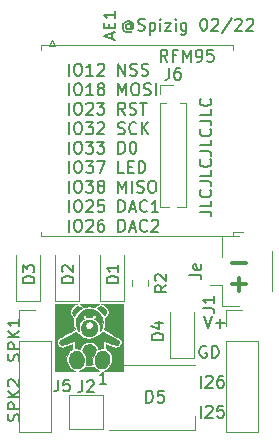
<source format=gbr>
%TF.GenerationSoftware,KiCad,Pcbnew,(5.1.10)-1*%
%TF.CreationDate,2022-02-17T21:59:24+01:00*%
%TF.ProjectId,TinyLora102,54696e79-4c6f-4726-9131-30322e6b6963,rev?*%
%TF.SameCoordinates,Original*%
%TF.FileFunction,Legend,Top*%
%TF.FilePolarity,Positive*%
%FSLAX46Y46*%
G04 Gerber Fmt 4.6, Leading zero omitted, Abs format (unit mm)*
G04 Created by KiCad (PCBNEW (5.1.10)-1) date 2022-02-17 21:59:24*
%MOMM*%
%LPD*%
G01*
G04 APERTURE LIST*
%ADD10C,0.300000*%
%ADD11C,0.150000*%
%ADD12C,0.120000*%
%ADD13C,0.010000*%
G04 APERTURE END LIST*
D10*
X120285428Y-122205142D02*
X119142571Y-122205142D01*
X120285428Y-123983142D02*
X119142571Y-123983142D01*
X119714000Y-124554571D02*
X119714000Y-123411714D01*
D11*
X116372380Y-117827047D02*
X117086666Y-117827047D01*
X117229523Y-117874666D01*
X117324761Y-117969904D01*
X117372380Y-118112761D01*
X117372380Y-118208000D01*
X117372380Y-116874666D02*
X117372380Y-117350857D01*
X116372380Y-117350857D01*
X117277142Y-115969904D02*
X117324761Y-116017523D01*
X117372380Y-116160380D01*
X117372380Y-116255619D01*
X117324761Y-116398476D01*
X117229523Y-116493714D01*
X117134285Y-116541333D01*
X116943809Y-116588952D01*
X116800952Y-116588952D01*
X116610476Y-116541333D01*
X116515238Y-116493714D01*
X116420000Y-116398476D01*
X116372380Y-116255619D01*
X116372380Y-116160380D01*
X116420000Y-116017523D01*
X116467619Y-115969904D01*
X116372380Y-115255619D02*
X117086666Y-115255619D01*
X117229523Y-115303238D01*
X117324761Y-115398476D01*
X117372380Y-115541333D01*
X117372380Y-115636571D01*
X117372380Y-114303238D02*
X117372380Y-114779428D01*
X116372380Y-114779428D01*
X117277142Y-113398476D02*
X117324761Y-113446095D01*
X117372380Y-113588952D01*
X117372380Y-113684190D01*
X117324761Y-113827047D01*
X117229523Y-113922285D01*
X117134285Y-113969904D01*
X116943809Y-114017523D01*
X116800952Y-114017523D01*
X116610476Y-113969904D01*
X116515238Y-113922285D01*
X116420000Y-113827047D01*
X116372380Y-113684190D01*
X116372380Y-113588952D01*
X116420000Y-113446095D01*
X116467619Y-113398476D01*
X116372380Y-112684190D02*
X117086666Y-112684190D01*
X117229523Y-112731809D01*
X117324761Y-112827047D01*
X117372380Y-112969904D01*
X117372380Y-113065142D01*
X117372380Y-111731809D02*
X117372380Y-112208000D01*
X116372380Y-112208000D01*
X117277142Y-110827047D02*
X117324761Y-110874666D01*
X117372380Y-111017523D01*
X117372380Y-111112761D01*
X117324761Y-111255619D01*
X117229523Y-111350857D01*
X117134285Y-111398476D01*
X116943809Y-111446095D01*
X116800952Y-111446095D01*
X116610476Y-111398476D01*
X116515238Y-111350857D01*
X116420000Y-111255619D01*
X116372380Y-111112761D01*
X116372380Y-111017523D01*
X116420000Y-110874666D01*
X116467619Y-110827047D01*
X116372380Y-110112761D02*
X117086666Y-110112761D01*
X117229523Y-110160380D01*
X117324761Y-110255619D01*
X117372380Y-110398476D01*
X117372380Y-110493714D01*
X117372380Y-109160380D02*
X117372380Y-109636571D01*
X116372380Y-109636571D01*
X117277142Y-108255619D02*
X117324761Y-108303238D01*
X117372380Y-108446095D01*
X117372380Y-108541333D01*
X117324761Y-108684190D01*
X117229523Y-108779428D01*
X117134285Y-108827047D01*
X116943809Y-108874666D01*
X116800952Y-108874666D01*
X116610476Y-108827047D01*
X116515238Y-108779428D01*
X116420000Y-108684190D01*
X116372380Y-108541333D01*
X116372380Y-108446095D01*
X116420000Y-108303238D01*
X116467619Y-108255619D01*
X105317595Y-106298380D02*
X105317595Y-105298380D01*
X105984261Y-105298380D02*
X106174738Y-105298380D01*
X106269976Y-105346000D01*
X106365214Y-105441238D01*
X106412833Y-105631714D01*
X106412833Y-105965047D01*
X106365214Y-106155523D01*
X106269976Y-106250761D01*
X106174738Y-106298380D01*
X105984261Y-106298380D01*
X105889023Y-106250761D01*
X105793785Y-106155523D01*
X105746166Y-105965047D01*
X105746166Y-105631714D01*
X105793785Y-105441238D01*
X105889023Y-105346000D01*
X105984261Y-105298380D01*
X107365214Y-106298380D02*
X106793785Y-106298380D01*
X107079500Y-106298380D02*
X107079500Y-105298380D01*
X106984261Y-105441238D01*
X106889023Y-105536476D01*
X106793785Y-105584095D01*
X107746166Y-105393619D02*
X107793785Y-105346000D01*
X107889023Y-105298380D01*
X108127119Y-105298380D01*
X108222357Y-105346000D01*
X108269976Y-105393619D01*
X108317595Y-105488857D01*
X108317595Y-105584095D01*
X108269976Y-105726952D01*
X107698547Y-106298380D01*
X108317595Y-106298380D01*
X109508071Y-106298380D02*
X109508071Y-105298380D01*
X110079500Y-106298380D01*
X110079500Y-105298380D01*
X110508071Y-106250761D02*
X110650928Y-106298380D01*
X110889023Y-106298380D01*
X110984261Y-106250761D01*
X111031880Y-106203142D01*
X111079500Y-106107904D01*
X111079500Y-106012666D01*
X111031880Y-105917428D01*
X110984261Y-105869809D01*
X110889023Y-105822190D01*
X110698547Y-105774571D01*
X110603309Y-105726952D01*
X110555690Y-105679333D01*
X110508071Y-105584095D01*
X110508071Y-105488857D01*
X110555690Y-105393619D01*
X110603309Y-105346000D01*
X110698547Y-105298380D01*
X110936642Y-105298380D01*
X111079500Y-105346000D01*
X111460452Y-106250761D02*
X111603309Y-106298380D01*
X111841404Y-106298380D01*
X111936642Y-106250761D01*
X111984261Y-106203142D01*
X112031880Y-106107904D01*
X112031880Y-106012666D01*
X111984261Y-105917428D01*
X111936642Y-105869809D01*
X111841404Y-105822190D01*
X111650928Y-105774571D01*
X111555690Y-105726952D01*
X111508071Y-105679333D01*
X111460452Y-105584095D01*
X111460452Y-105488857D01*
X111508071Y-105393619D01*
X111555690Y-105346000D01*
X111650928Y-105298380D01*
X111889023Y-105298380D01*
X112031880Y-105346000D01*
X105317595Y-107948380D02*
X105317595Y-106948380D01*
X105984261Y-106948380D02*
X106174738Y-106948380D01*
X106269976Y-106996000D01*
X106365214Y-107091238D01*
X106412833Y-107281714D01*
X106412833Y-107615047D01*
X106365214Y-107805523D01*
X106269976Y-107900761D01*
X106174738Y-107948380D01*
X105984261Y-107948380D01*
X105889023Y-107900761D01*
X105793785Y-107805523D01*
X105746166Y-107615047D01*
X105746166Y-107281714D01*
X105793785Y-107091238D01*
X105889023Y-106996000D01*
X105984261Y-106948380D01*
X107365214Y-107948380D02*
X106793785Y-107948380D01*
X107079500Y-107948380D02*
X107079500Y-106948380D01*
X106984261Y-107091238D01*
X106889023Y-107186476D01*
X106793785Y-107234095D01*
X107936642Y-107376952D02*
X107841404Y-107329333D01*
X107793785Y-107281714D01*
X107746166Y-107186476D01*
X107746166Y-107138857D01*
X107793785Y-107043619D01*
X107841404Y-106996000D01*
X107936642Y-106948380D01*
X108127119Y-106948380D01*
X108222357Y-106996000D01*
X108269976Y-107043619D01*
X108317595Y-107138857D01*
X108317595Y-107186476D01*
X108269976Y-107281714D01*
X108222357Y-107329333D01*
X108127119Y-107376952D01*
X107936642Y-107376952D01*
X107841404Y-107424571D01*
X107793785Y-107472190D01*
X107746166Y-107567428D01*
X107746166Y-107757904D01*
X107793785Y-107853142D01*
X107841404Y-107900761D01*
X107936642Y-107948380D01*
X108127119Y-107948380D01*
X108222357Y-107900761D01*
X108269976Y-107853142D01*
X108317595Y-107757904D01*
X108317595Y-107567428D01*
X108269976Y-107472190D01*
X108222357Y-107424571D01*
X108127119Y-107376952D01*
X109508071Y-107948380D02*
X109508071Y-106948380D01*
X109841404Y-107662666D01*
X110174738Y-106948380D01*
X110174738Y-107948380D01*
X110841404Y-106948380D02*
X111031880Y-106948380D01*
X111127119Y-106996000D01*
X111222357Y-107091238D01*
X111269976Y-107281714D01*
X111269976Y-107615047D01*
X111222357Y-107805523D01*
X111127119Y-107900761D01*
X111031880Y-107948380D01*
X110841404Y-107948380D01*
X110746166Y-107900761D01*
X110650928Y-107805523D01*
X110603309Y-107615047D01*
X110603309Y-107281714D01*
X110650928Y-107091238D01*
X110746166Y-106996000D01*
X110841404Y-106948380D01*
X111650928Y-107900761D02*
X111793785Y-107948380D01*
X112031880Y-107948380D01*
X112127119Y-107900761D01*
X112174738Y-107853142D01*
X112222357Y-107757904D01*
X112222357Y-107662666D01*
X112174738Y-107567428D01*
X112127119Y-107519809D01*
X112031880Y-107472190D01*
X111841404Y-107424571D01*
X111746166Y-107376952D01*
X111698547Y-107329333D01*
X111650928Y-107234095D01*
X111650928Y-107138857D01*
X111698547Y-107043619D01*
X111746166Y-106996000D01*
X111841404Y-106948380D01*
X112079500Y-106948380D01*
X112222357Y-106996000D01*
X112650928Y-107948380D02*
X112650928Y-106948380D01*
X105317595Y-109598380D02*
X105317595Y-108598380D01*
X105984261Y-108598380D02*
X106174738Y-108598380D01*
X106269976Y-108646000D01*
X106365214Y-108741238D01*
X106412833Y-108931714D01*
X106412833Y-109265047D01*
X106365214Y-109455523D01*
X106269976Y-109550761D01*
X106174738Y-109598380D01*
X105984261Y-109598380D01*
X105889023Y-109550761D01*
X105793785Y-109455523D01*
X105746166Y-109265047D01*
X105746166Y-108931714D01*
X105793785Y-108741238D01*
X105889023Y-108646000D01*
X105984261Y-108598380D01*
X106793785Y-108693619D02*
X106841404Y-108646000D01*
X106936642Y-108598380D01*
X107174738Y-108598380D01*
X107269976Y-108646000D01*
X107317595Y-108693619D01*
X107365214Y-108788857D01*
X107365214Y-108884095D01*
X107317595Y-109026952D01*
X106746166Y-109598380D01*
X107365214Y-109598380D01*
X107698547Y-108598380D02*
X108317595Y-108598380D01*
X107984261Y-108979333D01*
X108127119Y-108979333D01*
X108222357Y-109026952D01*
X108269976Y-109074571D01*
X108317595Y-109169809D01*
X108317595Y-109407904D01*
X108269976Y-109503142D01*
X108222357Y-109550761D01*
X108127119Y-109598380D01*
X107841404Y-109598380D01*
X107746166Y-109550761D01*
X107698547Y-109503142D01*
X110079500Y-109598380D02*
X109746166Y-109122190D01*
X109508071Y-109598380D02*
X109508071Y-108598380D01*
X109889023Y-108598380D01*
X109984261Y-108646000D01*
X110031880Y-108693619D01*
X110079500Y-108788857D01*
X110079500Y-108931714D01*
X110031880Y-109026952D01*
X109984261Y-109074571D01*
X109889023Y-109122190D01*
X109508071Y-109122190D01*
X110460452Y-109550761D02*
X110603309Y-109598380D01*
X110841404Y-109598380D01*
X110936642Y-109550761D01*
X110984261Y-109503142D01*
X111031880Y-109407904D01*
X111031880Y-109312666D01*
X110984261Y-109217428D01*
X110936642Y-109169809D01*
X110841404Y-109122190D01*
X110650928Y-109074571D01*
X110555690Y-109026952D01*
X110508071Y-108979333D01*
X110460452Y-108884095D01*
X110460452Y-108788857D01*
X110508071Y-108693619D01*
X110555690Y-108646000D01*
X110650928Y-108598380D01*
X110889023Y-108598380D01*
X111031880Y-108646000D01*
X111317595Y-108598380D02*
X111889023Y-108598380D01*
X111603309Y-109598380D02*
X111603309Y-108598380D01*
X105317595Y-111248380D02*
X105317595Y-110248380D01*
X105984261Y-110248380D02*
X106174738Y-110248380D01*
X106269976Y-110296000D01*
X106365214Y-110391238D01*
X106412833Y-110581714D01*
X106412833Y-110915047D01*
X106365214Y-111105523D01*
X106269976Y-111200761D01*
X106174738Y-111248380D01*
X105984261Y-111248380D01*
X105889023Y-111200761D01*
X105793785Y-111105523D01*
X105746166Y-110915047D01*
X105746166Y-110581714D01*
X105793785Y-110391238D01*
X105889023Y-110296000D01*
X105984261Y-110248380D01*
X106746166Y-110248380D02*
X107365214Y-110248380D01*
X107031880Y-110629333D01*
X107174738Y-110629333D01*
X107269976Y-110676952D01*
X107317595Y-110724571D01*
X107365214Y-110819809D01*
X107365214Y-111057904D01*
X107317595Y-111153142D01*
X107269976Y-111200761D01*
X107174738Y-111248380D01*
X106889023Y-111248380D01*
X106793785Y-111200761D01*
X106746166Y-111153142D01*
X107746166Y-110343619D02*
X107793785Y-110296000D01*
X107889023Y-110248380D01*
X108127119Y-110248380D01*
X108222357Y-110296000D01*
X108269976Y-110343619D01*
X108317595Y-110438857D01*
X108317595Y-110534095D01*
X108269976Y-110676952D01*
X107698547Y-111248380D01*
X108317595Y-111248380D01*
X109460452Y-111200761D02*
X109603309Y-111248380D01*
X109841404Y-111248380D01*
X109936642Y-111200761D01*
X109984261Y-111153142D01*
X110031880Y-111057904D01*
X110031880Y-110962666D01*
X109984261Y-110867428D01*
X109936642Y-110819809D01*
X109841404Y-110772190D01*
X109650928Y-110724571D01*
X109555690Y-110676952D01*
X109508071Y-110629333D01*
X109460452Y-110534095D01*
X109460452Y-110438857D01*
X109508071Y-110343619D01*
X109555690Y-110296000D01*
X109650928Y-110248380D01*
X109889023Y-110248380D01*
X110031880Y-110296000D01*
X111031880Y-111153142D02*
X110984261Y-111200761D01*
X110841404Y-111248380D01*
X110746166Y-111248380D01*
X110603309Y-111200761D01*
X110508071Y-111105523D01*
X110460452Y-111010285D01*
X110412833Y-110819809D01*
X110412833Y-110676952D01*
X110460452Y-110486476D01*
X110508071Y-110391238D01*
X110603309Y-110296000D01*
X110746166Y-110248380D01*
X110841404Y-110248380D01*
X110984261Y-110296000D01*
X111031880Y-110343619D01*
X111460452Y-111248380D02*
X111460452Y-110248380D01*
X112031880Y-111248380D02*
X111603309Y-110676952D01*
X112031880Y-110248380D02*
X111460452Y-110819809D01*
X105317595Y-112898380D02*
X105317595Y-111898380D01*
X105984261Y-111898380D02*
X106174738Y-111898380D01*
X106269976Y-111946000D01*
X106365214Y-112041238D01*
X106412833Y-112231714D01*
X106412833Y-112565047D01*
X106365214Y-112755523D01*
X106269976Y-112850761D01*
X106174738Y-112898380D01*
X105984261Y-112898380D01*
X105889023Y-112850761D01*
X105793785Y-112755523D01*
X105746166Y-112565047D01*
X105746166Y-112231714D01*
X105793785Y-112041238D01*
X105889023Y-111946000D01*
X105984261Y-111898380D01*
X106746166Y-111898380D02*
X107365214Y-111898380D01*
X107031880Y-112279333D01*
X107174738Y-112279333D01*
X107269976Y-112326952D01*
X107317595Y-112374571D01*
X107365214Y-112469809D01*
X107365214Y-112707904D01*
X107317595Y-112803142D01*
X107269976Y-112850761D01*
X107174738Y-112898380D01*
X106889023Y-112898380D01*
X106793785Y-112850761D01*
X106746166Y-112803142D01*
X107698547Y-111898380D02*
X108317595Y-111898380D01*
X107984261Y-112279333D01*
X108127119Y-112279333D01*
X108222357Y-112326952D01*
X108269976Y-112374571D01*
X108317595Y-112469809D01*
X108317595Y-112707904D01*
X108269976Y-112803142D01*
X108222357Y-112850761D01*
X108127119Y-112898380D01*
X107841404Y-112898380D01*
X107746166Y-112850761D01*
X107698547Y-112803142D01*
X109508071Y-112898380D02*
X109508071Y-111898380D01*
X109746166Y-111898380D01*
X109889023Y-111946000D01*
X109984261Y-112041238D01*
X110031880Y-112136476D01*
X110079500Y-112326952D01*
X110079500Y-112469809D01*
X110031880Y-112660285D01*
X109984261Y-112755523D01*
X109889023Y-112850761D01*
X109746166Y-112898380D01*
X109508071Y-112898380D01*
X110698547Y-111898380D02*
X110793785Y-111898380D01*
X110889023Y-111946000D01*
X110936642Y-111993619D01*
X110984261Y-112088857D01*
X111031880Y-112279333D01*
X111031880Y-112517428D01*
X110984261Y-112707904D01*
X110936642Y-112803142D01*
X110889023Y-112850761D01*
X110793785Y-112898380D01*
X110698547Y-112898380D01*
X110603309Y-112850761D01*
X110555690Y-112803142D01*
X110508071Y-112707904D01*
X110460452Y-112517428D01*
X110460452Y-112279333D01*
X110508071Y-112088857D01*
X110555690Y-111993619D01*
X110603309Y-111946000D01*
X110698547Y-111898380D01*
X105317595Y-114548380D02*
X105317595Y-113548380D01*
X105984261Y-113548380D02*
X106174738Y-113548380D01*
X106269976Y-113596000D01*
X106365214Y-113691238D01*
X106412833Y-113881714D01*
X106412833Y-114215047D01*
X106365214Y-114405523D01*
X106269976Y-114500761D01*
X106174738Y-114548380D01*
X105984261Y-114548380D01*
X105889023Y-114500761D01*
X105793785Y-114405523D01*
X105746166Y-114215047D01*
X105746166Y-113881714D01*
X105793785Y-113691238D01*
X105889023Y-113596000D01*
X105984261Y-113548380D01*
X106746166Y-113548380D02*
X107365214Y-113548380D01*
X107031880Y-113929333D01*
X107174738Y-113929333D01*
X107269976Y-113976952D01*
X107317595Y-114024571D01*
X107365214Y-114119809D01*
X107365214Y-114357904D01*
X107317595Y-114453142D01*
X107269976Y-114500761D01*
X107174738Y-114548380D01*
X106889023Y-114548380D01*
X106793785Y-114500761D01*
X106746166Y-114453142D01*
X107698547Y-113548380D02*
X108365214Y-113548380D01*
X107936642Y-114548380D01*
X109984261Y-114548380D02*
X109508071Y-114548380D01*
X109508071Y-113548380D01*
X110317595Y-114024571D02*
X110650928Y-114024571D01*
X110793785Y-114548380D02*
X110317595Y-114548380D01*
X110317595Y-113548380D01*
X110793785Y-113548380D01*
X111222357Y-114548380D02*
X111222357Y-113548380D01*
X111460452Y-113548380D01*
X111603309Y-113596000D01*
X111698547Y-113691238D01*
X111746166Y-113786476D01*
X111793785Y-113976952D01*
X111793785Y-114119809D01*
X111746166Y-114310285D01*
X111698547Y-114405523D01*
X111603309Y-114500761D01*
X111460452Y-114548380D01*
X111222357Y-114548380D01*
X105317595Y-116198380D02*
X105317595Y-115198380D01*
X105984261Y-115198380D02*
X106174738Y-115198380D01*
X106269976Y-115246000D01*
X106365214Y-115341238D01*
X106412833Y-115531714D01*
X106412833Y-115865047D01*
X106365214Y-116055523D01*
X106269976Y-116150761D01*
X106174738Y-116198380D01*
X105984261Y-116198380D01*
X105889023Y-116150761D01*
X105793785Y-116055523D01*
X105746166Y-115865047D01*
X105746166Y-115531714D01*
X105793785Y-115341238D01*
X105889023Y-115246000D01*
X105984261Y-115198380D01*
X106746166Y-115198380D02*
X107365214Y-115198380D01*
X107031880Y-115579333D01*
X107174738Y-115579333D01*
X107269976Y-115626952D01*
X107317595Y-115674571D01*
X107365214Y-115769809D01*
X107365214Y-116007904D01*
X107317595Y-116103142D01*
X107269976Y-116150761D01*
X107174738Y-116198380D01*
X106889023Y-116198380D01*
X106793785Y-116150761D01*
X106746166Y-116103142D01*
X107936642Y-115626952D02*
X107841404Y-115579333D01*
X107793785Y-115531714D01*
X107746166Y-115436476D01*
X107746166Y-115388857D01*
X107793785Y-115293619D01*
X107841404Y-115246000D01*
X107936642Y-115198380D01*
X108127119Y-115198380D01*
X108222357Y-115246000D01*
X108269976Y-115293619D01*
X108317595Y-115388857D01*
X108317595Y-115436476D01*
X108269976Y-115531714D01*
X108222357Y-115579333D01*
X108127119Y-115626952D01*
X107936642Y-115626952D01*
X107841404Y-115674571D01*
X107793785Y-115722190D01*
X107746166Y-115817428D01*
X107746166Y-116007904D01*
X107793785Y-116103142D01*
X107841404Y-116150761D01*
X107936642Y-116198380D01*
X108127119Y-116198380D01*
X108222357Y-116150761D01*
X108269976Y-116103142D01*
X108317595Y-116007904D01*
X108317595Y-115817428D01*
X108269976Y-115722190D01*
X108222357Y-115674571D01*
X108127119Y-115626952D01*
X109508071Y-116198380D02*
X109508071Y-115198380D01*
X109841404Y-115912666D01*
X110174738Y-115198380D01*
X110174738Y-116198380D01*
X110650928Y-116198380D02*
X110650928Y-115198380D01*
X111079500Y-116150761D02*
X111222357Y-116198380D01*
X111460452Y-116198380D01*
X111555690Y-116150761D01*
X111603309Y-116103142D01*
X111650928Y-116007904D01*
X111650928Y-115912666D01*
X111603309Y-115817428D01*
X111555690Y-115769809D01*
X111460452Y-115722190D01*
X111269976Y-115674571D01*
X111174738Y-115626952D01*
X111127119Y-115579333D01*
X111079500Y-115484095D01*
X111079500Y-115388857D01*
X111127119Y-115293619D01*
X111174738Y-115246000D01*
X111269976Y-115198380D01*
X111508071Y-115198380D01*
X111650928Y-115246000D01*
X112269976Y-115198380D02*
X112460452Y-115198380D01*
X112555690Y-115246000D01*
X112650928Y-115341238D01*
X112698547Y-115531714D01*
X112698547Y-115865047D01*
X112650928Y-116055523D01*
X112555690Y-116150761D01*
X112460452Y-116198380D01*
X112269976Y-116198380D01*
X112174738Y-116150761D01*
X112079500Y-116055523D01*
X112031880Y-115865047D01*
X112031880Y-115531714D01*
X112079500Y-115341238D01*
X112174738Y-115246000D01*
X112269976Y-115198380D01*
X105317595Y-117848380D02*
X105317595Y-116848380D01*
X105984261Y-116848380D02*
X106174738Y-116848380D01*
X106269976Y-116896000D01*
X106365214Y-116991238D01*
X106412833Y-117181714D01*
X106412833Y-117515047D01*
X106365214Y-117705523D01*
X106269976Y-117800761D01*
X106174738Y-117848380D01*
X105984261Y-117848380D01*
X105889023Y-117800761D01*
X105793785Y-117705523D01*
X105746166Y-117515047D01*
X105746166Y-117181714D01*
X105793785Y-116991238D01*
X105889023Y-116896000D01*
X105984261Y-116848380D01*
X106793785Y-116943619D02*
X106841404Y-116896000D01*
X106936642Y-116848380D01*
X107174738Y-116848380D01*
X107269976Y-116896000D01*
X107317595Y-116943619D01*
X107365214Y-117038857D01*
X107365214Y-117134095D01*
X107317595Y-117276952D01*
X106746166Y-117848380D01*
X107365214Y-117848380D01*
X108269976Y-116848380D02*
X107793785Y-116848380D01*
X107746166Y-117324571D01*
X107793785Y-117276952D01*
X107889023Y-117229333D01*
X108127119Y-117229333D01*
X108222357Y-117276952D01*
X108269976Y-117324571D01*
X108317595Y-117419809D01*
X108317595Y-117657904D01*
X108269976Y-117753142D01*
X108222357Y-117800761D01*
X108127119Y-117848380D01*
X107889023Y-117848380D01*
X107793785Y-117800761D01*
X107746166Y-117753142D01*
X109508071Y-117848380D02*
X109508071Y-116848380D01*
X109746166Y-116848380D01*
X109889023Y-116896000D01*
X109984261Y-116991238D01*
X110031880Y-117086476D01*
X110079500Y-117276952D01*
X110079500Y-117419809D01*
X110031880Y-117610285D01*
X109984261Y-117705523D01*
X109889023Y-117800761D01*
X109746166Y-117848380D01*
X109508071Y-117848380D01*
X110460452Y-117562666D02*
X110936642Y-117562666D01*
X110365214Y-117848380D02*
X110698547Y-116848380D01*
X111031880Y-117848380D01*
X111936642Y-117753142D02*
X111889023Y-117800761D01*
X111746166Y-117848380D01*
X111650928Y-117848380D01*
X111508071Y-117800761D01*
X111412833Y-117705523D01*
X111365214Y-117610285D01*
X111317595Y-117419809D01*
X111317595Y-117276952D01*
X111365214Y-117086476D01*
X111412833Y-116991238D01*
X111508071Y-116896000D01*
X111650928Y-116848380D01*
X111746166Y-116848380D01*
X111889023Y-116896000D01*
X111936642Y-116943619D01*
X112889023Y-117848380D02*
X112317595Y-117848380D01*
X112603309Y-117848380D02*
X112603309Y-116848380D01*
X112508071Y-116991238D01*
X112412833Y-117086476D01*
X112317595Y-117134095D01*
X105317595Y-119498380D02*
X105317595Y-118498380D01*
X105984261Y-118498380D02*
X106174738Y-118498380D01*
X106269976Y-118546000D01*
X106365214Y-118641238D01*
X106412833Y-118831714D01*
X106412833Y-119165047D01*
X106365214Y-119355523D01*
X106269976Y-119450761D01*
X106174738Y-119498380D01*
X105984261Y-119498380D01*
X105889023Y-119450761D01*
X105793785Y-119355523D01*
X105746166Y-119165047D01*
X105746166Y-118831714D01*
X105793785Y-118641238D01*
X105889023Y-118546000D01*
X105984261Y-118498380D01*
X106793785Y-118593619D02*
X106841404Y-118546000D01*
X106936642Y-118498380D01*
X107174738Y-118498380D01*
X107269976Y-118546000D01*
X107317595Y-118593619D01*
X107365214Y-118688857D01*
X107365214Y-118784095D01*
X107317595Y-118926952D01*
X106746166Y-119498380D01*
X107365214Y-119498380D01*
X108222357Y-118498380D02*
X108031880Y-118498380D01*
X107936642Y-118546000D01*
X107889023Y-118593619D01*
X107793785Y-118736476D01*
X107746166Y-118926952D01*
X107746166Y-119307904D01*
X107793785Y-119403142D01*
X107841404Y-119450761D01*
X107936642Y-119498380D01*
X108127119Y-119498380D01*
X108222357Y-119450761D01*
X108269976Y-119403142D01*
X108317595Y-119307904D01*
X108317595Y-119069809D01*
X108269976Y-118974571D01*
X108222357Y-118926952D01*
X108127119Y-118879333D01*
X107936642Y-118879333D01*
X107841404Y-118926952D01*
X107793785Y-118974571D01*
X107746166Y-119069809D01*
X109508071Y-119498380D02*
X109508071Y-118498380D01*
X109746166Y-118498380D01*
X109889023Y-118546000D01*
X109984261Y-118641238D01*
X110031880Y-118736476D01*
X110079500Y-118926952D01*
X110079500Y-119069809D01*
X110031880Y-119260285D01*
X109984261Y-119355523D01*
X109889023Y-119450761D01*
X109746166Y-119498380D01*
X109508071Y-119498380D01*
X110460452Y-119212666D02*
X110936642Y-119212666D01*
X110365214Y-119498380D02*
X110698547Y-118498380D01*
X111031880Y-119498380D01*
X111936642Y-119403142D02*
X111889023Y-119450761D01*
X111746166Y-119498380D01*
X111650928Y-119498380D01*
X111508071Y-119450761D01*
X111412833Y-119355523D01*
X111365214Y-119260285D01*
X111317595Y-119069809D01*
X111317595Y-118926952D01*
X111365214Y-118736476D01*
X111412833Y-118641238D01*
X111508071Y-118546000D01*
X111650928Y-118498380D01*
X111746166Y-118498380D01*
X111889023Y-118546000D01*
X111936642Y-118593619D01*
X112317595Y-118593619D02*
X112365214Y-118546000D01*
X112460452Y-118498380D01*
X112698547Y-118498380D01*
X112793785Y-118546000D01*
X112841404Y-118593619D01*
X112889023Y-118688857D01*
X112889023Y-118784095D01*
X112841404Y-118926952D01*
X112269976Y-119498380D01*
X112889023Y-119498380D01*
X110538857Y-102008190D02*
X110491238Y-101960571D01*
X110396000Y-101912952D01*
X110300761Y-101912952D01*
X110205523Y-101960571D01*
X110157904Y-102008190D01*
X110110285Y-102103428D01*
X110110285Y-102198666D01*
X110157904Y-102293904D01*
X110205523Y-102341523D01*
X110300761Y-102389142D01*
X110396000Y-102389142D01*
X110491238Y-102341523D01*
X110538857Y-102293904D01*
X110538857Y-101912952D02*
X110538857Y-102293904D01*
X110586476Y-102341523D01*
X110634095Y-102341523D01*
X110729333Y-102293904D01*
X110776952Y-102198666D01*
X110776952Y-101960571D01*
X110681714Y-101817714D01*
X110538857Y-101722476D01*
X110348380Y-101674857D01*
X110157904Y-101722476D01*
X110015047Y-101817714D01*
X109919809Y-101960571D01*
X109872190Y-102151047D01*
X109919809Y-102341523D01*
X110015047Y-102484380D01*
X110157904Y-102579619D01*
X110348380Y-102627238D01*
X110538857Y-102579619D01*
X110681714Y-102484380D01*
X111157904Y-102436761D02*
X111300761Y-102484380D01*
X111538857Y-102484380D01*
X111634095Y-102436761D01*
X111681714Y-102389142D01*
X111729333Y-102293904D01*
X111729333Y-102198666D01*
X111681714Y-102103428D01*
X111634095Y-102055809D01*
X111538857Y-102008190D01*
X111348380Y-101960571D01*
X111253142Y-101912952D01*
X111205523Y-101865333D01*
X111157904Y-101770095D01*
X111157904Y-101674857D01*
X111205523Y-101579619D01*
X111253142Y-101532000D01*
X111348380Y-101484380D01*
X111586476Y-101484380D01*
X111729333Y-101532000D01*
X112157904Y-101817714D02*
X112157904Y-102817714D01*
X112157904Y-101865333D02*
X112253142Y-101817714D01*
X112443619Y-101817714D01*
X112538857Y-101865333D01*
X112586476Y-101912952D01*
X112634095Y-102008190D01*
X112634095Y-102293904D01*
X112586476Y-102389142D01*
X112538857Y-102436761D01*
X112443619Y-102484380D01*
X112253142Y-102484380D01*
X112157904Y-102436761D01*
X113062666Y-102484380D02*
X113062666Y-101817714D01*
X113062666Y-101484380D02*
X113015047Y-101532000D01*
X113062666Y-101579619D01*
X113110285Y-101532000D01*
X113062666Y-101484380D01*
X113062666Y-101579619D01*
X113443619Y-101817714D02*
X113967428Y-101817714D01*
X113443619Y-102484380D01*
X113967428Y-102484380D01*
X114348380Y-102484380D02*
X114348380Y-101817714D01*
X114348380Y-101484380D02*
X114300761Y-101532000D01*
X114348380Y-101579619D01*
X114396000Y-101532000D01*
X114348380Y-101484380D01*
X114348380Y-101579619D01*
X115253142Y-101817714D02*
X115253142Y-102627238D01*
X115205523Y-102722476D01*
X115157904Y-102770095D01*
X115062666Y-102817714D01*
X114919809Y-102817714D01*
X114824571Y-102770095D01*
X115253142Y-102436761D02*
X115157904Y-102484380D01*
X114967428Y-102484380D01*
X114872190Y-102436761D01*
X114824571Y-102389142D01*
X114776952Y-102293904D01*
X114776952Y-102008190D01*
X114824571Y-101912952D01*
X114872190Y-101865333D01*
X114967428Y-101817714D01*
X115157904Y-101817714D01*
X115253142Y-101865333D01*
X116681714Y-101484380D02*
X116776952Y-101484380D01*
X116872190Y-101532000D01*
X116919809Y-101579619D01*
X116967428Y-101674857D01*
X117015047Y-101865333D01*
X117015047Y-102103428D01*
X116967428Y-102293904D01*
X116919809Y-102389142D01*
X116872190Y-102436761D01*
X116776952Y-102484380D01*
X116681714Y-102484380D01*
X116586476Y-102436761D01*
X116538857Y-102389142D01*
X116491238Y-102293904D01*
X116443619Y-102103428D01*
X116443619Y-101865333D01*
X116491238Y-101674857D01*
X116538857Y-101579619D01*
X116586476Y-101532000D01*
X116681714Y-101484380D01*
X117396000Y-101579619D02*
X117443619Y-101532000D01*
X117538857Y-101484380D01*
X117776952Y-101484380D01*
X117872190Y-101532000D01*
X117919809Y-101579619D01*
X117967428Y-101674857D01*
X117967428Y-101770095D01*
X117919809Y-101912952D01*
X117348380Y-102484380D01*
X117967428Y-102484380D01*
X119110285Y-101436761D02*
X118253142Y-102722476D01*
X119396000Y-101579619D02*
X119443619Y-101532000D01*
X119538857Y-101484380D01*
X119776952Y-101484380D01*
X119872190Y-101532000D01*
X119919809Y-101579619D01*
X119967428Y-101674857D01*
X119967428Y-101770095D01*
X119919809Y-101912952D01*
X119348380Y-102484380D01*
X119967428Y-102484380D01*
X120348380Y-101579619D02*
X120396000Y-101532000D01*
X120491238Y-101484380D01*
X120729333Y-101484380D01*
X120824571Y-101532000D01*
X120872190Y-101579619D01*
X120919809Y-101674857D01*
X120919809Y-101770095D01*
X120872190Y-101912952D01*
X120300761Y-102484380D01*
X120919809Y-102484380D01*
X101068761Y-135543904D02*
X101116380Y-135401047D01*
X101116380Y-135162952D01*
X101068761Y-135067714D01*
X101021142Y-135020095D01*
X100925904Y-134972476D01*
X100830666Y-134972476D01*
X100735428Y-135020095D01*
X100687809Y-135067714D01*
X100640190Y-135162952D01*
X100592571Y-135353428D01*
X100544952Y-135448666D01*
X100497333Y-135496285D01*
X100402095Y-135543904D01*
X100306857Y-135543904D01*
X100211619Y-135496285D01*
X100164000Y-135448666D01*
X100116380Y-135353428D01*
X100116380Y-135115333D01*
X100164000Y-134972476D01*
X101116380Y-134543904D02*
X100116380Y-134543904D01*
X100116380Y-134162952D01*
X100164000Y-134067714D01*
X100211619Y-134020095D01*
X100306857Y-133972476D01*
X100449714Y-133972476D01*
X100544952Y-134020095D01*
X100592571Y-134067714D01*
X100640190Y-134162952D01*
X100640190Y-134543904D01*
X101116380Y-133543904D02*
X100116380Y-133543904D01*
X101116380Y-132972476D02*
X100544952Y-133401047D01*
X100116380Y-132972476D02*
X100687809Y-133543904D01*
X100211619Y-132591523D02*
X100164000Y-132543904D01*
X100116380Y-132448666D01*
X100116380Y-132210571D01*
X100164000Y-132115333D01*
X100211619Y-132067714D01*
X100306857Y-132020095D01*
X100402095Y-132020095D01*
X100544952Y-132067714D01*
X101116380Y-132639142D01*
X101116380Y-132020095D01*
X101068761Y-130463904D02*
X101116380Y-130321047D01*
X101116380Y-130082952D01*
X101068761Y-129987714D01*
X101021142Y-129940095D01*
X100925904Y-129892476D01*
X100830666Y-129892476D01*
X100735428Y-129940095D01*
X100687809Y-129987714D01*
X100640190Y-130082952D01*
X100592571Y-130273428D01*
X100544952Y-130368666D01*
X100497333Y-130416285D01*
X100402095Y-130463904D01*
X100306857Y-130463904D01*
X100211619Y-130416285D01*
X100164000Y-130368666D01*
X100116380Y-130273428D01*
X100116380Y-130035333D01*
X100164000Y-129892476D01*
X101116380Y-129463904D02*
X100116380Y-129463904D01*
X100116380Y-129082952D01*
X100164000Y-128987714D01*
X100211619Y-128940095D01*
X100306857Y-128892476D01*
X100449714Y-128892476D01*
X100544952Y-128940095D01*
X100592571Y-128987714D01*
X100640190Y-129082952D01*
X100640190Y-129463904D01*
X101116380Y-128463904D02*
X100116380Y-128463904D01*
X101116380Y-127892476D02*
X100544952Y-128321047D01*
X100116380Y-127892476D02*
X100687809Y-128463904D01*
X101116380Y-126940095D02*
X101116380Y-127511523D01*
X101116380Y-127225809D02*
X100116380Y-127225809D01*
X100259238Y-127321047D01*
X100354476Y-127416285D01*
X100402095Y-127511523D01*
X116475619Y-135250380D02*
X116475619Y-134250380D01*
X116904190Y-134345619D02*
X116951809Y-134298000D01*
X117047047Y-134250380D01*
X117285142Y-134250380D01*
X117380380Y-134298000D01*
X117428000Y-134345619D01*
X117475619Y-134440857D01*
X117475619Y-134536095D01*
X117428000Y-134678952D01*
X116856571Y-135250380D01*
X117475619Y-135250380D01*
X118380380Y-134250380D02*
X117904190Y-134250380D01*
X117856571Y-134726571D01*
X117904190Y-134678952D01*
X117999428Y-134631333D01*
X118237523Y-134631333D01*
X118332761Y-134678952D01*
X118380380Y-134726571D01*
X118428000Y-134821809D01*
X118428000Y-135059904D01*
X118380380Y-135155142D01*
X118332761Y-135202761D01*
X118237523Y-135250380D01*
X117999428Y-135250380D01*
X117904190Y-135202761D01*
X117856571Y-135155142D01*
X116475619Y-132710380D02*
X116475619Y-131710380D01*
X116904190Y-131805619D02*
X116951809Y-131758000D01*
X117047047Y-131710380D01*
X117285142Y-131710380D01*
X117380380Y-131758000D01*
X117428000Y-131805619D01*
X117475619Y-131900857D01*
X117475619Y-131996095D01*
X117428000Y-132138952D01*
X116856571Y-132710380D01*
X117475619Y-132710380D01*
X118332761Y-131710380D02*
X118142285Y-131710380D01*
X118047047Y-131758000D01*
X117999428Y-131805619D01*
X117904190Y-131948476D01*
X117856571Y-132138952D01*
X117856571Y-132519904D01*
X117904190Y-132615142D01*
X117951809Y-132662761D01*
X118047047Y-132710380D01*
X118237523Y-132710380D01*
X118332761Y-132662761D01*
X118380380Y-132615142D01*
X118428000Y-132519904D01*
X118428000Y-132281809D01*
X118380380Y-132186571D01*
X118332761Y-132138952D01*
X118237523Y-132091333D01*
X118047047Y-132091333D01*
X117951809Y-132138952D01*
X117904190Y-132186571D01*
X117856571Y-132281809D01*
X116475619Y-132710380D02*
X116475619Y-131710380D01*
X116904190Y-131805619D02*
X116951809Y-131758000D01*
X117047047Y-131710380D01*
X117285142Y-131710380D01*
X117380380Y-131758000D01*
X117428000Y-131805619D01*
X117475619Y-131900857D01*
X117475619Y-131996095D01*
X117428000Y-132138952D01*
X116856571Y-132710380D01*
X117475619Y-132710380D01*
X118332761Y-131710380D02*
X118142285Y-131710380D01*
X118047047Y-131758000D01*
X117999428Y-131805619D01*
X117904190Y-131948476D01*
X117856571Y-132138952D01*
X117856571Y-132519904D01*
X117904190Y-132615142D01*
X117951809Y-132662761D01*
X118047047Y-132710380D01*
X118237523Y-132710380D01*
X118332761Y-132662761D01*
X118380380Y-132615142D01*
X118428000Y-132519904D01*
X118428000Y-132281809D01*
X118380380Y-132186571D01*
X118332761Y-132138952D01*
X118237523Y-132091333D01*
X118047047Y-132091333D01*
X117951809Y-132138952D01*
X117904190Y-132186571D01*
X117856571Y-132281809D01*
X116935904Y-129218000D02*
X116840666Y-129170380D01*
X116697809Y-129170380D01*
X116554952Y-129218000D01*
X116459714Y-129313238D01*
X116412095Y-129408476D01*
X116364476Y-129598952D01*
X116364476Y-129741809D01*
X116412095Y-129932285D01*
X116459714Y-130027523D01*
X116554952Y-130122761D01*
X116697809Y-130170380D01*
X116793047Y-130170380D01*
X116935904Y-130122761D01*
X116983523Y-130075142D01*
X116983523Y-129741809D01*
X116793047Y-129741809D01*
X117412095Y-130170380D02*
X117412095Y-129170380D01*
X117650190Y-129170380D01*
X117793047Y-129218000D01*
X117888285Y-129313238D01*
X117935904Y-129408476D01*
X117983523Y-129598952D01*
X117983523Y-129741809D01*
X117935904Y-129932285D01*
X117888285Y-130027523D01*
X117793047Y-130122761D01*
X117650190Y-130170380D01*
X117412095Y-130170380D01*
X116729619Y-126630380D02*
X117062952Y-127630380D01*
X117396285Y-126630380D01*
X117729619Y-127249428D02*
X118491523Y-127249428D01*
X118110571Y-127630380D02*
X118110571Y-126868476D01*
D12*
%TO.C,Je*%
X119708000Y-125845000D02*
X118258000Y-125845000D01*
X118258000Y-125845000D02*
X118258000Y-124045000D01*
X118258000Y-124045000D02*
X117268000Y-124045000D01*
X119708000Y-119875000D02*
X118258000Y-119875000D01*
X118258000Y-119875000D02*
X118258000Y-121675000D01*
X122528000Y-124575000D02*
X122528000Y-121145000D01*
%TO.C,J6*%
X113016000Y-107114000D02*
X114126000Y-107114000D01*
X113016000Y-107874000D02*
X113016000Y-107114000D01*
X114689471Y-108634000D02*
X115236000Y-108634000D01*
X113016000Y-108634000D02*
X113562529Y-108634000D01*
X115236000Y-108634000D02*
X115236000Y-117459000D01*
X113016000Y-108634000D02*
X113016000Y-117459000D01*
X114433530Y-117459000D02*
X115236000Y-117459000D01*
X113016000Y-117459000D02*
X113818470Y-117459000D01*
%TO.C,RFM95*%
X119178000Y-119550000D02*
X120078000Y-119550000D01*
X119178000Y-119900000D02*
X119178000Y-119550000D01*
X102978000Y-103700000D02*
X102978000Y-104100000D01*
X119178000Y-103700000D02*
X102978000Y-103700000D01*
X119178000Y-104100000D02*
X119178000Y-103700000D01*
X102978000Y-119900000D02*
X102978000Y-119500000D01*
X119178000Y-119900000D02*
X102978000Y-119900000D01*
%TO.C,D1*%
X107966000Y-125364000D02*
X109966000Y-125364000D01*
X109966000Y-125364000D02*
X109966000Y-121464000D01*
X107966000Y-125364000D02*
X107966000Y-121464000D01*
%TO.C,D3*%
X100854000Y-125364000D02*
X102854000Y-125364000D01*
X102854000Y-125364000D02*
X102854000Y-121464000D01*
X100854000Y-125364000D02*
X100854000Y-121464000D01*
%TO.C,D2*%
X104156000Y-125364000D02*
X106156000Y-125364000D01*
X106156000Y-125364000D02*
X106156000Y-121464000D01*
X104156000Y-125364000D02*
X104156000Y-121464000D01*
D13*
%TO.C,TP1*%
G36*
X105985300Y-125603696D02*
G01*
X105851388Y-125666039D01*
X105723669Y-125744311D01*
X105603750Y-125851824D01*
X105499812Y-125977643D01*
X105420039Y-126110834D01*
X105372610Y-126240463D01*
X105363000Y-126318755D01*
X105387978Y-126459811D01*
X105461573Y-126600969D01*
X105555708Y-126712825D01*
X105686638Y-126844551D01*
X105674204Y-127131925D01*
X105669745Y-127264817D01*
X105670947Y-127362953D01*
X105679481Y-127442220D01*
X105697021Y-127518506D01*
X105723870Y-127603637D01*
X105785970Y-127787975D01*
X105555435Y-127911223D01*
X105452712Y-127965921D01*
X105318623Y-128037000D01*
X105166793Y-128117254D01*
X105010849Y-128199477D01*
X104919403Y-128247586D01*
X104780937Y-128322576D01*
X104651641Y-128396675D01*
X104541087Y-128464089D01*
X104458848Y-128519023D01*
X104420392Y-128549600D01*
X104332961Y-128663201D01*
X104288475Y-128789197D01*
X104283523Y-128919207D01*
X104314691Y-129044850D01*
X104378569Y-129157747D01*
X104471742Y-129249517D01*
X104590800Y-129311780D01*
X104732329Y-129336156D01*
X104740700Y-129336231D01*
X104808365Y-129330710D01*
X104891015Y-129312355D01*
X104997210Y-129278580D01*
X105135507Y-129226801D01*
X105236000Y-129186608D01*
X105362140Y-129135858D01*
X105470481Y-129093254D01*
X105552903Y-129061913D01*
X105601281Y-129044947D01*
X105610573Y-129042948D01*
X105610545Y-129069095D01*
X105604890Y-129133153D01*
X105594760Y-129222685D01*
X105591465Y-129249162D01*
X105573656Y-129362340D01*
X105553330Y-129432874D01*
X105527942Y-129468921D01*
X105521692Y-129472893D01*
X105482361Y-129502163D01*
X105421043Y-129556783D01*
X105350668Y-129625205D01*
X105347252Y-129628671D01*
X105222260Y-129790747D01*
X105137921Y-129977298D01*
X105095162Y-130181138D01*
X105094905Y-130395084D01*
X105138077Y-130611951D01*
X105199912Y-130773046D01*
X105314892Y-130961387D01*
X105464929Y-131114850D01*
X105645681Y-131229610D01*
X105776665Y-131281350D01*
X105800537Y-131290396D01*
X105805576Y-131297710D01*
X105787671Y-131303485D01*
X105742713Y-131307914D01*
X105666592Y-131311190D01*
X105555196Y-131313504D01*
X105404417Y-131315051D01*
X105210143Y-131316021D01*
X105026450Y-131316500D01*
X104169200Y-131318200D01*
X104169200Y-125603200D01*
X105985300Y-125603696D01*
G37*
X105985300Y-125603696D02*
X105851388Y-125666039D01*
X105723669Y-125744311D01*
X105603750Y-125851824D01*
X105499812Y-125977643D01*
X105420039Y-126110834D01*
X105372610Y-126240463D01*
X105363000Y-126318755D01*
X105387978Y-126459811D01*
X105461573Y-126600969D01*
X105555708Y-126712825D01*
X105686638Y-126844551D01*
X105674204Y-127131925D01*
X105669745Y-127264817D01*
X105670947Y-127362953D01*
X105679481Y-127442220D01*
X105697021Y-127518506D01*
X105723870Y-127603637D01*
X105785970Y-127787975D01*
X105555435Y-127911223D01*
X105452712Y-127965921D01*
X105318623Y-128037000D01*
X105166793Y-128117254D01*
X105010849Y-128199477D01*
X104919403Y-128247586D01*
X104780937Y-128322576D01*
X104651641Y-128396675D01*
X104541087Y-128464089D01*
X104458848Y-128519023D01*
X104420392Y-128549600D01*
X104332961Y-128663201D01*
X104288475Y-128789197D01*
X104283523Y-128919207D01*
X104314691Y-129044850D01*
X104378569Y-129157747D01*
X104471742Y-129249517D01*
X104590800Y-129311780D01*
X104732329Y-129336156D01*
X104740700Y-129336231D01*
X104808365Y-129330710D01*
X104891015Y-129312355D01*
X104997210Y-129278580D01*
X105135507Y-129226801D01*
X105236000Y-129186608D01*
X105362140Y-129135858D01*
X105470481Y-129093254D01*
X105552903Y-129061913D01*
X105601281Y-129044947D01*
X105610573Y-129042948D01*
X105610545Y-129069095D01*
X105604890Y-129133153D01*
X105594760Y-129222685D01*
X105591465Y-129249162D01*
X105573656Y-129362340D01*
X105553330Y-129432874D01*
X105527942Y-129468921D01*
X105521692Y-129472893D01*
X105482361Y-129502163D01*
X105421043Y-129556783D01*
X105350668Y-129625205D01*
X105347252Y-129628671D01*
X105222260Y-129790747D01*
X105137921Y-129977298D01*
X105095162Y-130181138D01*
X105094905Y-130395084D01*
X105138077Y-130611951D01*
X105199912Y-130773046D01*
X105314892Y-130961387D01*
X105464929Y-131114850D01*
X105645681Y-131229610D01*
X105776665Y-131281350D01*
X105800537Y-131290396D01*
X105805576Y-131297710D01*
X105787671Y-131303485D01*
X105742713Y-131307914D01*
X105666592Y-131311190D01*
X105555196Y-131313504D01*
X105404417Y-131315051D01*
X105210143Y-131316021D01*
X105026450Y-131316500D01*
X104169200Y-131318200D01*
X104169200Y-125603200D01*
X105985300Y-125603696D01*
G36*
X107499219Y-131051399D02*
G01*
X107641991Y-131176985D01*
X107800225Y-131264818D01*
X107890300Y-131294366D01*
X107883365Y-131298550D01*
X107830632Y-131302406D01*
X107737103Y-131305826D01*
X107607778Y-131308702D01*
X107447659Y-131310927D01*
X107261747Y-131312393D01*
X107055044Y-131312991D01*
X107026700Y-131313000D01*
X106817644Y-131312523D01*
X106628725Y-131311165D01*
X106464944Y-131309033D01*
X106331302Y-131306236D01*
X106232801Y-131302881D01*
X106174441Y-131299076D01*
X106161224Y-131294929D01*
X106163100Y-131294366D01*
X106324215Y-131231155D01*
X106477241Y-131125612D01*
X106554180Y-131051399D01*
X106663577Y-130932717D01*
X107389822Y-130932717D01*
X107499219Y-131051399D01*
G37*
X107499219Y-131051399D02*
X107641991Y-131176985D01*
X107800225Y-131264818D01*
X107890300Y-131294366D01*
X107883365Y-131298550D01*
X107830632Y-131302406D01*
X107737103Y-131305826D01*
X107607778Y-131308702D01*
X107447659Y-131310927D01*
X107261747Y-131312393D01*
X107055044Y-131312991D01*
X107026700Y-131313000D01*
X106817644Y-131312523D01*
X106628725Y-131311165D01*
X106464944Y-131309033D01*
X106331302Y-131306236D01*
X106232801Y-131302881D01*
X106174441Y-131299076D01*
X106161224Y-131294929D01*
X106163100Y-131294366D01*
X106324215Y-131231155D01*
X106477241Y-131125612D01*
X106554180Y-131051399D01*
X106663577Y-130932717D01*
X107389822Y-130932717D01*
X107499219Y-131051399D01*
G36*
X109884200Y-131318200D02*
G01*
X109026950Y-131316500D01*
X108796026Y-131315845D01*
X108611792Y-131314763D01*
X108470137Y-131313062D01*
X108366951Y-131310551D01*
X108298124Y-131307035D01*
X108259545Y-131302323D01*
X108247105Y-131296221D01*
X108256692Y-131288538D01*
X108276734Y-131281350D01*
X108465548Y-131197816D01*
X108626920Y-131078017D01*
X108759063Y-130928824D01*
X108860194Y-130757106D01*
X108928526Y-130569736D01*
X108962275Y-130373584D01*
X108959655Y-130175520D01*
X108918882Y-129982416D01*
X108838169Y-129801142D01*
X108715732Y-129638569D01*
X108706147Y-129628671D01*
X108635302Y-129559636D01*
X108572497Y-129503655D01*
X108530864Y-129472407D01*
X108529717Y-129471780D01*
X108502504Y-129443745D01*
X108481717Y-129386811D01*
X108464367Y-129291607D01*
X108458767Y-129249226D01*
X108448103Y-129155399D01*
X108441804Y-129083617D01*
X108440921Y-129046493D01*
X108441649Y-129044125D01*
X108466447Y-129050708D01*
X108530052Y-129073577D01*
X108624312Y-129109640D01*
X108741073Y-129155807D01*
X108817400Y-129186608D01*
X108978738Y-129250265D01*
X109102905Y-129294387D01*
X109198460Y-129321558D01*
X109273963Y-129334365D01*
X109312700Y-129336231D01*
X109455433Y-129314174D01*
X109575849Y-129253750D01*
X109670534Y-129163342D01*
X109736079Y-129051330D01*
X109769070Y-128926096D01*
X109766096Y-128796019D01*
X109723745Y-128669482D01*
X109638605Y-128554865D01*
X109632992Y-128549434D01*
X109585631Y-128513831D01*
X109499811Y-128458944D01*
X109382258Y-128388703D01*
X109239700Y-128307035D01*
X109078865Y-128217866D01*
X108906480Y-128125126D01*
X108903632Y-128123618D01*
X108267801Y-127786867D01*
X108329715Y-127603083D01*
X108357393Y-127514913D01*
X108374481Y-127438864D01*
X108382647Y-127359064D01*
X108383558Y-127259638D01*
X108379195Y-127131925D01*
X108366761Y-126844551D01*
X108497691Y-126712825D01*
X108609285Y-126574605D01*
X108673891Y-126433154D01*
X108690400Y-126318755D01*
X108668800Y-126197467D01*
X108609456Y-126065400D01*
X108520549Y-125933489D01*
X108410260Y-125812667D01*
X108286771Y-125713870D01*
X108202011Y-125666039D01*
X108068100Y-125603696D01*
X109884200Y-125603200D01*
X109884200Y-131318200D01*
G37*
X109884200Y-131318200D02*
X109026950Y-131316500D01*
X108796026Y-131315845D01*
X108611792Y-131314763D01*
X108470137Y-131313062D01*
X108366951Y-131310551D01*
X108298124Y-131307035D01*
X108259545Y-131302323D01*
X108247105Y-131296221D01*
X108256692Y-131288538D01*
X108276734Y-131281350D01*
X108465548Y-131197816D01*
X108626920Y-131078017D01*
X108759063Y-130928824D01*
X108860194Y-130757106D01*
X108928526Y-130569736D01*
X108962275Y-130373584D01*
X108959655Y-130175520D01*
X108918882Y-129982416D01*
X108838169Y-129801142D01*
X108715732Y-129638569D01*
X108706147Y-129628671D01*
X108635302Y-129559636D01*
X108572497Y-129503655D01*
X108530864Y-129472407D01*
X108529717Y-129471780D01*
X108502504Y-129443745D01*
X108481717Y-129386811D01*
X108464367Y-129291607D01*
X108458767Y-129249226D01*
X108448103Y-129155399D01*
X108441804Y-129083617D01*
X108440921Y-129046493D01*
X108441649Y-129044125D01*
X108466447Y-129050708D01*
X108530052Y-129073577D01*
X108624312Y-129109640D01*
X108741073Y-129155807D01*
X108817400Y-129186608D01*
X108978738Y-129250265D01*
X109102905Y-129294387D01*
X109198460Y-129321558D01*
X109273963Y-129334365D01*
X109312700Y-129336231D01*
X109455433Y-129314174D01*
X109575849Y-129253750D01*
X109670534Y-129163342D01*
X109736079Y-129051330D01*
X109769070Y-128926096D01*
X109766096Y-128796019D01*
X109723745Y-128669482D01*
X109638605Y-128554865D01*
X109632992Y-128549434D01*
X109585631Y-128513831D01*
X109499811Y-128458944D01*
X109382258Y-128388703D01*
X109239700Y-128307035D01*
X109078865Y-128217866D01*
X108906480Y-128125126D01*
X108903632Y-128123618D01*
X108267801Y-127786867D01*
X108329715Y-127603083D01*
X108357393Y-127514913D01*
X108374481Y-127438864D01*
X108382647Y-127359064D01*
X108383558Y-127259638D01*
X108379195Y-127131925D01*
X108366761Y-126844551D01*
X108497691Y-126712825D01*
X108609285Y-126574605D01*
X108673891Y-126433154D01*
X108690400Y-126318755D01*
X108668800Y-126197467D01*
X108609456Y-126065400D01*
X108520549Y-125933489D01*
X108410260Y-125812667D01*
X108286771Y-125713870D01*
X108202011Y-125666039D01*
X108068100Y-125603696D01*
X109884200Y-125603200D01*
X109884200Y-131318200D01*
G36*
X106080498Y-129640165D02*
G01*
X106222799Y-129715973D01*
X106331856Y-129811097D01*
X106441768Y-129955291D01*
X106515941Y-130113329D01*
X106556118Y-130278646D01*
X106564043Y-130444675D01*
X106541460Y-130604849D01*
X106490111Y-130752601D01*
X106411741Y-130881365D01*
X106308093Y-130984575D01*
X106180911Y-131055663D01*
X106031938Y-131088063D01*
X105992465Y-131089351D01*
X105902960Y-131077634D01*
X105800992Y-131048087D01*
X105756700Y-131029837D01*
X105601840Y-130930461D01*
X105475548Y-130793754D01*
X105382782Y-130627370D01*
X105328504Y-130438959D01*
X105318255Y-130353409D01*
X105324379Y-130164083D01*
X105367244Y-129997349D01*
X105441217Y-129856220D01*
X105540663Y-129743711D01*
X105659948Y-129662837D01*
X105793439Y-129616612D01*
X105935500Y-129608050D01*
X106080498Y-129640165D01*
G37*
X106080498Y-129640165D02*
X106222799Y-129715973D01*
X106331856Y-129811097D01*
X106441768Y-129955291D01*
X106515941Y-130113329D01*
X106556118Y-130278646D01*
X106564043Y-130444675D01*
X106541460Y-130604849D01*
X106490111Y-130752601D01*
X106411741Y-130881365D01*
X106308093Y-130984575D01*
X106180911Y-131055663D01*
X106031938Y-131088063D01*
X105992465Y-131089351D01*
X105902960Y-131077634D01*
X105800992Y-131048087D01*
X105756700Y-131029837D01*
X105601840Y-130930461D01*
X105475548Y-130793754D01*
X105382782Y-130627370D01*
X105328504Y-130438959D01*
X105318255Y-130353409D01*
X105324379Y-130164083D01*
X105367244Y-129997349D01*
X105441217Y-129856220D01*
X105540663Y-129743711D01*
X105659948Y-129662837D01*
X105793439Y-129616612D01*
X105935500Y-129608050D01*
X106080498Y-129640165D01*
G36*
X108303613Y-129626793D02*
G01*
X108441425Y-129688031D01*
X108561233Y-129791281D01*
X108616796Y-129865885D01*
X108693447Y-130013935D01*
X108731749Y-130163767D01*
X108736352Y-130334533D01*
X108735144Y-130353409D01*
X108702769Y-130534535D01*
X108636297Y-130697619D01*
X108541661Y-130838168D01*
X108424794Y-130951693D01*
X108291629Y-131033702D01*
X108148097Y-131079705D01*
X108000132Y-131085211D01*
X107853666Y-131045730D01*
X107833191Y-131036146D01*
X107699177Y-130943316D01*
X107597206Y-130818382D01*
X107527997Y-130669232D01*
X107492269Y-130503754D01*
X107490740Y-130329836D01*
X107524131Y-130155368D01*
X107593159Y-129988237D01*
X107698544Y-129836333D01*
X107721543Y-129811097D01*
X107856761Y-129699720D01*
X108003819Y-129632181D01*
X108155257Y-129608024D01*
X108303613Y-129626793D01*
G37*
X108303613Y-129626793D02*
X108441425Y-129688031D01*
X108561233Y-129791281D01*
X108616796Y-129865885D01*
X108693447Y-130013935D01*
X108731749Y-130163767D01*
X108736352Y-130334533D01*
X108735144Y-130353409D01*
X108702769Y-130534535D01*
X108636297Y-130697619D01*
X108541661Y-130838168D01*
X108424794Y-130951693D01*
X108291629Y-131033702D01*
X108148097Y-131079705D01*
X108000132Y-131085211D01*
X107853666Y-131045730D01*
X107833191Y-131036146D01*
X107699177Y-130943316D01*
X107597206Y-130818382D01*
X107527997Y-130669232D01*
X107492269Y-130503754D01*
X107490740Y-130329836D01*
X107524131Y-130155368D01*
X107593159Y-129988237D01*
X107698544Y-129836333D01*
X107721543Y-129811097D01*
X107856761Y-129699720D01*
X108003819Y-129632181D01*
X108155257Y-129608024D01*
X108303613Y-129626793D01*
G36*
X107108043Y-129043731D02*
G01*
X107249514Y-129081797D01*
X107378418Y-129155859D01*
X107486685Y-129265916D01*
X107558812Y-129393334D01*
X107590790Y-129490314D01*
X107590292Y-129567518D01*
X107554312Y-129643945D01*
X107509850Y-129702968D01*
X107393643Y-129874318D01*
X107318157Y-130059259D01*
X107279168Y-130269286D01*
X107273629Y-130345261D01*
X107271165Y-130474426D01*
X107276609Y-130582903D01*
X107289198Y-130656428D01*
X107290545Y-130660529D01*
X107307973Y-130716837D01*
X107313081Y-130746940D01*
X107312564Y-130747971D01*
X107281910Y-130754635D01*
X107214542Y-130760760D01*
X107124542Y-130765776D01*
X107025996Y-130769111D01*
X106932988Y-130770193D01*
X106859603Y-130768452D01*
X106841320Y-130767086D01*
X106774156Y-130757958D01*
X106746719Y-130742917D01*
X106747991Y-130713737D01*
X106752420Y-130700729D01*
X106760830Y-130652642D01*
X106767317Y-130567381D01*
X106771069Y-130458562D01*
X106771647Y-130378400D01*
X106769620Y-130250782D01*
X106762964Y-130158256D01*
X106749036Y-130085153D01*
X106725189Y-130015802D01*
X106701246Y-129961243D01*
X106647885Y-129859632D01*
X106584319Y-129758155D01*
X106543549Y-129702968D01*
X106482593Y-129616695D01*
X106459095Y-129542141D01*
X106470049Y-129460307D01*
X106494587Y-129393334D01*
X106577861Y-129251422D01*
X106688913Y-129145506D01*
X106819674Y-129075585D01*
X106962073Y-129041660D01*
X107108043Y-129043731D01*
G37*
X107108043Y-129043731D02*
X107249514Y-129081797D01*
X107378418Y-129155859D01*
X107486685Y-129265916D01*
X107558812Y-129393334D01*
X107590790Y-129490314D01*
X107590292Y-129567518D01*
X107554312Y-129643945D01*
X107509850Y-129702968D01*
X107393643Y-129874318D01*
X107318157Y-130059259D01*
X107279168Y-130269286D01*
X107273629Y-130345261D01*
X107271165Y-130474426D01*
X107276609Y-130582903D01*
X107289198Y-130656428D01*
X107290545Y-130660529D01*
X107307973Y-130716837D01*
X107313081Y-130746940D01*
X107312564Y-130747971D01*
X107281910Y-130754635D01*
X107214542Y-130760760D01*
X107124542Y-130765776D01*
X107025996Y-130769111D01*
X106932988Y-130770193D01*
X106859603Y-130768452D01*
X106841320Y-130767086D01*
X106774156Y-130757958D01*
X106746719Y-130742917D01*
X106747991Y-130713737D01*
X106752420Y-130700729D01*
X106760830Y-130652642D01*
X106767317Y-130567381D01*
X106771069Y-130458562D01*
X106771647Y-130378400D01*
X106769620Y-130250782D01*
X106762964Y-130158256D01*
X106749036Y-130085153D01*
X106725189Y-130015802D01*
X106701246Y-129961243D01*
X106647885Y-129859632D01*
X106584319Y-129758155D01*
X106543549Y-129702968D01*
X106482593Y-129616695D01*
X106459095Y-129542141D01*
X106470049Y-129460307D01*
X106494587Y-129393334D01*
X106577861Y-129251422D01*
X106688913Y-129145506D01*
X106819674Y-129075585D01*
X106962073Y-129041660D01*
X107108043Y-129043731D01*
G36*
X106064568Y-128161935D02*
G01*
X106221052Y-128301246D01*
X106375551Y-128403542D01*
X106545449Y-128478769D01*
X106698670Y-128524755D01*
X106889906Y-128563075D01*
X107062992Y-128571648D01*
X107240956Y-128550473D01*
X107354729Y-128524755D01*
X107549085Y-128463425D01*
X107714448Y-128382589D01*
X107868271Y-128272271D01*
X107988177Y-128162589D01*
X108063384Y-128089061D01*
X108123844Y-128031252D01*
X108161376Y-127996913D01*
X108169478Y-127990800D01*
X108192930Y-128002161D01*
X108255412Y-128034204D01*
X108351046Y-128083865D01*
X108473954Y-128148080D01*
X108618255Y-128223786D01*
X108778073Y-128307919D01*
X108782800Y-128310412D01*
X108995634Y-128423816D01*
X109166820Y-128518267D01*
X109300447Y-128596921D01*
X109400601Y-128662933D01*
X109471373Y-128719460D01*
X109516850Y-128769656D01*
X109541120Y-128816679D01*
X109548272Y-128863684D01*
X109545180Y-128898906D01*
X109518686Y-128979230D01*
X109475136Y-129047728D01*
X109474378Y-129048542D01*
X109432328Y-129083561D01*
X109381744Y-129103066D01*
X109316409Y-129105996D01*
X109230105Y-129091291D01*
X109116616Y-129057891D01*
X108969726Y-129004735D01*
X108783216Y-128930763D01*
X108782814Y-128930600D01*
X108640741Y-128874002D01*
X108511824Y-128824844D01*
X108404600Y-128786208D01*
X108327607Y-128761174D01*
X108290277Y-128752800D01*
X108244702Y-128761746D01*
X108215828Y-128793016D01*
X108202276Y-128853260D01*
X108202669Y-128949125D01*
X108215628Y-129087259D01*
X108217564Y-129103670D01*
X108229402Y-129212876D01*
X108236763Y-129301972D01*
X108238864Y-129359814D01*
X108236703Y-129375829D01*
X108206110Y-129383251D01*
X108143869Y-129387449D01*
X108117860Y-129387800D01*
X108019961Y-129397121D01*
X107920480Y-129419958D01*
X107908646Y-129423907D01*
X107806306Y-129460015D01*
X107790843Y-129377592D01*
X107746553Y-129255245D01*
X107664649Y-129129619D01*
X107555922Y-129012855D01*
X107431162Y-128917089D01*
X107338003Y-128868180D01*
X107156489Y-128817775D01*
X106971578Y-128812222D01*
X106791340Y-128847988D01*
X106623848Y-128921543D01*
X106477171Y-129029354D01*
X106359380Y-129167890D01*
X106279278Y-129331450D01*
X106237389Y-129455188D01*
X106149444Y-129423426D01*
X106070361Y-129404085D01*
X105971640Y-129391753D01*
X105927849Y-129389732D01*
X105794199Y-129387800D01*
X105807913Y-129292550D01*
X105832640Y-129113803D01*
X105848104Y-128979037D01*
X105853801Y-128882192D01*
X105849229Y-128817211D01*
X105833885Y-128778033D01*
X105807267Y-128758602D01*
X105768871Y-128752857D01*
X105763122Y-128752800D01*
X105722676Y-128762090D01*
X105643904Y-128787905D01*
X105535344Y-128827164D01*
X105405534Y-128876783D01*
X105270585Y-128930600D01*
X105083993Y-129004612D01*
X104937032Y-129057807D01*
X104823485Y-129091245D01*
X104737135Y-129105985D01*
X104671765Y-129103088D01*
X104621158Y-129083614D01*
X104579098Y-129048624D01*
X104579021Y-129048542D01*
X104535342Y-128980559D01*
X104508420Y-128900120D01*
X104508219Y-128898906D01*
X104505579Y-128849972D01*
X104516988Y-128803396D01*
X104546535Y-128756044D01*
X104598309Y-128704785D01*
X104676398Y-128646484D01*
X104784891Y-128578010D01*
X104927876Y-128496228D01*
X105109444Y-128398007D01*
X105277168Y-128309696D01*
X105889836Y-127989491D01*
X106064568Y-128161935D01*
G37*
X106064568Y-128161935D02*
X106221052Y-128301246D01*
X106375551Y-128403542D01*
X106545449Y-128478769D01*
X106698670Y-128524755D01*
X106889906Y-128563075D01*
X107062992Y-128571648D01*
X107240956Y-128550473D01*
X107354729Y-128524755D01*
X107549085Y-128463425D01*
X107714448Y-128382589D01*
X107868271Y-128272271D01*
X107988177Y-128162589D01*
X108063384Y-128089061D01*
X108123844Y-128031252D01*
X108161376Y-127996913D01*
X108169478Y-127990800D01*
X108192930Y-128002161D01*
X108255412Y-128034204D01*
X108351046Y-128083865D01*
X108473954Y-128148080D01*
X108618255Y-128223786D01*
X108778073Y-128307919D01*
X108782800Y-128310412D01*
X108995634Y-128423816D01*
X109166820Y-128518267D01*
X109300447Y-128596921D01*
X109400601Y-128662933D01*
X109471373Y-128719460D01*
X109516850Y-128769656D01*
X109541120Y-128816679D01*
X109548272Y-128863684D01*
X109545180Y-128898906D01*
X109518686Y-128979230D01*
X109475136Y-129047728D01*
X109474378Y-129048542D01*
X109432328Y-129083561D01*
X109381744Y-129103066D01*
X109316409Y-129105996D01*
X109230105Y-129091291D01*
X109116616Y-129057891D01*
X108969726Y-129004735D01*
X108783216Y-128930763D01*
X108782814Y-128930600D01*
X108640741Y-128874002D01*
X108511824Y-128824844D01*
X108404600Y-128786208D01*
X108327607Y-128761174D01*
X108290277Y-128752800D01*
X108244702Y-128761746D01*
X108215828Y-128793016D01*
X108202276Y-128853260D01*
X108202669Y-128949125D01*
X108215628Y-129087259D01*
X108217564Y-129103670D01*
X108229402Y-129212876D01*
X108236763Y-129301972D01*
X108238864Y-129359814D01*
X108236703Y-129375829D01*
X108206110Y-129383251D01*
X108143869Y-129387449D01*
X108117860Y-129387800D01*
X108019961Y-129397121D01*
X107920480Y-129419958D01*
X107908646Y-129423907D01*
X107806306Y-129460015D01*
X107790843Y-129377592D01*
X107746553Y-129255245D01*
X107664649Y-129129619D01*
X107555922Y-129012855D01*
X107431162Y-128917089D01*
X107338003Y-128868180D01*
X107156489Y-128817775D01*
X106971578Y-128812222D01*
X106791340Y-128847988D01*
X106623848Y-128921543D01*
X106477171Y-129029354D01*
X106359380Y-129167890D01*
X106279278Y-129331450D01*
X106237389Y-129455188D01*
X106149444Y-129423426D01*
X106070361Y-129404085D01*
X105971640Y-129391753D01*
X105927849Y-129389732D01*
X105794199Y-129387800D01*
X105807913Y-129292550D01*
X105832640Y-129113803D01*
X105848104Y-128979037D01*
X105853801Y-128882192D01*
X105849229Y-128817211D01*
X105833885Y-128778033D01*
X105807267Y-128758602D01*
X105768871Y-128752857D01*
X105763122Y-128752800D01*
X105722676Y-128762090D01*
X105643904Y-128787905D01*
X105535344Y-128827164D01*
X105405534Y-128876783D01*
X105270585Y-128930600D01*
X105083993Y-129004612D01*
X104937032Y-129057807D01*
X104823485Y-129091245D01*
X104737135Y-129105985D01*
X104671765Y-129103088D01*
X104621158Y-129083614D01*
X104579098Y-129048624D01*
X104579021Y-129048542D01*
X104535342Y-128980559D01*
X104508420Y-128900120D01*
X104508219Y-128898906D01*
X104505579Y-128849972D01*
X104516988Y-128803396D01*
X104546535Y-128756044D01*
X104598309Y-128704785D01*
X104676398Y-128646484D01*
X104784891Y-128578010D01*
X104927876Y-128496228D01*
X105109444Y-128398007D01*
X105277168Y-128309696D01*
X105889836Y-127989491D01*
X106064568Y-128161935D01*
G36*
X107187893Y-126999177D02*
G01*
X107316828Y-127035445D01*
X107428088Y-127102995D01*
X107512911Y-127182124D01*
X107616522Y-127324739D01*
X107683020Y-127487014D01*
X107710046Y-127657381D01*
X107695239Y-127824274D01*
X107663764Y-127921515D01*
X107593592Y-128040251D01*
X107493347Y-128155327D01*
X107380574Y-128247936D01*
X107333232Y-128275845D01*
X107240059Y-128308593D01*
X107120734Y-128330691D01*
X106995786Y-128340144D01*
X106885744Y-128334955D01*
X106836035Y-128324188D01*
X106675775Y-128247363D01*
X106534998Y-128133139D01*
X106426005Y-127992612D01*
X106389635Y-127921515D01*
X106347533Y-127762649D01*
X106348736Y-127593092D01*
X106390884Y-127424411D01*
X106402726Y-127401493D01*
X106688078Y-127401493D01*
X106688147Y-127462905D01*
X106709983Y-127539121D01*
X106773404Y-127649878D01*
X106870101Y-127725656D01*
X106991694Y-127760551D01*
X107026700Y-127762200D01*
X107154109Y-127738376D01*
X107219793Y-127704221D01*
X107304152Y-127618322D01*
X107343416Y-127539121D01*
X107365321Y-127462506D01*
X107365252Y-127401094D01*
X107343416Y-127324878D01*
X107283237Y-127217937D01*
X107196134Y-127145502D01*
X107092464Y-127107571D01*
X106982587Y-127104146D01*
X106876860Y-127135225D01*
X106785643Y-127200810D01*
X106719294Y-127300899D01*
X106709983Y-127324878D01*
X106688078Y-127401493D01*
X106402726Y-127401493D01*
X106471617Y-127268173D01*
X106540488Y-127182124D01*
X106648093Y-127085811D01*
X106761875Y-127025362D01*
X106896417Y-126994965D01*
X107026700Y-126988379D01*
X107187893Y-126999177D01*
G37*
X107187893Y-126999177D02*
X107316828Y-127035445D01*
X107428088Y-127102995D01*
X107512911Y-127182124D01*
X107616522Y-127324739D01*
X107683020Y-127487014D01*
X107710046Y-127657381D01*
X107695239Y-127824274D01*
X107663764Y-127921515D01*
X107593592Y-128040251D01*
X107493347Y-128155327D01*
X107380574Y-128247936D01*
X107333232Y-128275845D01*
X107240059Y-128308593D01*
X107120734Y-128330691D01*
X106995786Y-128340144D01*
X106885744Y-128334955D01*
X106836035Y-128324188D01*
X106675775Y-128247363D01*
X106534998Y-128133139D01*
X106426005Y-127992612D01*
X106389635Y-127921515D01*
X106347533Y-127762649D01*
X106348736Y-127593092D01*
X106390884Y-127424411D01*
X106402726Y-127401493D01*
X106688078Y-127401493D01*
X106688147Y-127462905D01*
X106709983Y-127539121D01*
X106773404Y-127649878D01*
X106870101Y-127725656D01*
X106991694Y-127760551D01*
X107026700Y-127762200D01*
X107154109Y-127738376D01*
X107219793Y-127704221D01*
X107304152Y-127618322D01*
X107343416Y-127539121D01*
X107365321Y-127462506D01*
X107365252Y-127401094D01*
X107343416Y-127324878D01*
X107283237Y-127217937D01*
X107196134Y-127145502D01*
X107092464Y-127107571D01*
X106982587Y-127104146D01*
X106876860Y-127135225D01*
X106785643Y-127200810D01*
X106719294Y-127300899D01*
X106709983Y-127324878D01*
X106688078Y-127401493D01*
X106402726Y-127401493D01*
X106471617Y-127268173D01*
X106540488Y-127182124D01*
X106648093Y-127085811D01*
X106761875Y-127025362D01*
X106896417Y-126994965D01*
X107026700Y-126988379D01*
X107187893Y-126999177D01*
G36*
X107197257Y-126075015D02*
G01*
X107248174Y-126084304D01*
X107472543Y-126154889D01*
X107670681Y-126264539D01*
X107839703Y-126407485D01*
X107976726Y-126577959D01*
X108078866Y-126770192D01*
X108143239Y-126978413D01*
X108166960Y-127196854D01*
X108147146Y-127419746D01*
X108080912Y-127641320D01*
X108055308Y-127698891D01*
X108001540Y-127806837D01*
X107963431Y-127868322D01*
X107938376Y-127882473D01*
X107923770Y-127848417D01*
X107917008Y-127765283D01*
X107915478Y-127652042D01*
X107913745Y-127526574D01*
X107907244Y-127437458D01*
X107893635Y-127370305D01*
X107870580Y-127310727D01*
X107854948Y-127279600D01*
X107758594Y-127123140D01*
X107653638Y-126999038D01*
X107561126Y-126924634D01*
X107475187Y-126871521D01*
X107536693Y-126810015D01*
X107579307Y-126752500D01*
X107598150Y-126697582D01*
X107598200Y-126695400D01*
X107578368Y-126636625D01*
X107530203Y-126575811D01*
X107470698Y-126530626D01*
X107427206Y-126517600D01*
X107347012Y-126540307D01*
X107289350Y-126599172D01*
X107268000Y-126677790D01*
X107268000Y-126758900D01*
X106785400Y-126758900D01*
X106785400Y-126677790D01*
X106762831Y-126597101D01*
X106704328Y-126539082D01*
X106626193Y-126517600D01*
X106569669Y-126538220D01*
X106511182Y-126588302D01*
X106467728Y-126650176D01*
X106455200Y-126695400D01*
X106472457Y-126749453D01*
X106514236Y-126807502D01*
X106516706Y-126810015D01*
X106578212Y-126871521D01*
X106492273Y-126924634D01*
X106386327Y-127012572D01*
X106282017Y-127141284D01*
X106198451Y-127279600D01*
X106169986Y-127340397D01*
X106152022Y-127401589D01*
X106142254Y-127477443D01*
X106138376Y-127582227D01*
X106137921Y-127654221D01*
X106137285Y-127762285D01*
X106135744Y-127848442D01*
X106133550Y-127902068D01*
X106131710Y-127914571D01*
X106115522Y-127895504D01*
X106081392Y-127847183D01*
X106061583Y-127817682D01*
X105969088Y-127635742D01*
X105910823Y-127428882D01*
X105888462Y-127211182D01*
X105903681Y-126996718D01*
X105944685Y-126835100D01*
X106044019Y-126625160D01*
X106180637Y-126442814D01*
X106348091Y-126291777D01*
X106539929Y-126175763D01*
X106749703Y-126098488D01*
X106970962Y-126063667D01*
X107197257Y-126075015D01*
G37*
X107197257Y-126075015D02*
X107248174Y-126084304D01*
X107472543Y-126154889D01*
X107670681Y-126264539D01*
X107839703Y-126407485D01*
X107976726Y-126577959D01*
X108078866Y-126770192D01*
X108143239Y-126978413D01*
X108166960Y-127196854D01*
X108147146Y-127419746D01*
X108080912Y-127641320D01*
X108055308Y-127698891D01*
X108001540Y-127806837D01*
X107963431Y-127868322D01*
X107938376Y-127882473D01*
X107923770Y-127848417D01*
X107917008Y-127765283D01*
X107915478Y-127652042D01*
X107913745Y-127526574D01*
X107907244Y-127437458D01*
X107893635Y-127370305D01*
X107870580Y-127310727D01*
X107854948Y-127279600D01*
X107758594Y-127123140D01*
X107653638Y-126999038D01*
X107561126Y-126924634D01*
X107475187Y-126871521D01*
X107536693Y-126810015D01*
X107579307Y-126752500D01*
X107598150Y-126697582D01*
X107598200Y-126695400D01*
X107578368Y-126636625D01*
X107530203Y-126575811D01*
X107470698Y-126530626D01*
X107427206Y-126517600D01*
X107347012Y-126540307D01*
X107289350Y-126599172D01*
X107268000Y-126677790D01*
X107268000Y-126758900D01*
X106785400Y-126758900D01*
X106785400Y-126677790D01*
X106762831Y-126597101D01*
X106704328Y-126539082D01*
X106626193Y-126517600D01*
X106569669Y-126538220D01*
X106511182Y-126588302D01*
X106467728Y-126650176D01*
X106455200Y-126695400D01*
X106472457Y-126749453D01*
X106514236Y-126807502D01*
X106516706Y-126810015D01*
X106578212Y-126871521D01*
X106492273Y-126924634D01*
X106386327Y-127012572D01*
X106282017Y-127141284D01*
X106198451Y-127279600D01*
X106169986Y-127340397D01*
X106152022Y-127401589D01*
X106142254Y-127477443D01*
X106138376Y-127582227D01*
X106137921Y-127654221D01*
X106137285Y-127762285D01*
X106135744Y-127848442D01*
X106133550Y-127902068D01*
X106131710Y-127914571D01*
X106115522Y-127895504D01*
X106081392Y-127847183D01*
X106061583Y-127817682D01*
X105969088Y-127635742D01*
X105910823Y-127428882D01*
X105888462Y-127211182D01*
X105903681Y-126996718D01*
X105944685Y-126835100D01*
X106044019Y-126625160D01*
X106180637Y-126442814D01*
X106348091Y-126291777D01*
X106539929Y-126175763D01*
X106749703Y-126098488D01*
X106970962Y-126063667D01*
X107197257Y-126075015D01*
G36*
X106143123Y-125846722D02*
G01*
X106262863Y-125899947D01*
X106292969Y-125921166D01*
X106382837Y-125989711D01*
X106258346Y-126073548D01*
X106147687Y-126160591D01*
X106034344Y-126270633D01*
X105932470Y-126388373D01*
X105856216Y-126498509D01*
X105843037Y-126522623D01*
X105809705Y-126581863D01*
X105784504Y-126615952D01*
X105779074Y-126619200D01*
X105754265Y-126602321D01*
X105709517Y-126559959D01*
X105690430Y-126540035D01*
X105639309Y-126474545D01*
X105604889Y-126410989D01*
X105600708Y-126398034D01*
X105599621Y-126298159D01*
X105637256Y-126185507D01*
X105707229Y-126070664D01*
X105803152Y-125964213D01*
X105913246Y-125880037D01*
X106023917Y-125839796D01*
X106143123Y-125846722D01*
G37*
X106143123Y-125846722D02*
X106262863Y-125899947D01*
X106292969Y-125921166D01*
X106382837Y-125989711D01*
X106258346Y-126073548D01*
X106147687Y-126160591D01*
X106034344Y-126270633D01*
X105932470Y-126388373D01*
X105856216Y-126498509D01*
X105843037Y-126522623D01*
X105809705Y-126581863D01*
X105784504Y-126615952D01*
X105779074Y-126619200D01*
X105754265Y-126602321D01*
X105709517Y-126559959D01*
X105690430Y-126540035D01*
X105639309Y-126474545D01*
X105604889Y-126410989D01*
X105600708Y-126398034D01*
X105599621Y-126298159D01*
X105637256Y-126185507D01*
X105707229Y-126070664D01*
X105803152Y-125964213D01*
X105913246Y-125880037D01*
X106023917Y-125839796D01*
X106143123Y-125846722D01*
G36*
X108107804Y-125862434D02*
G01*
X108136257Y-125877806D01*
X108253712Y-125968323D01*
X108352207Y-126077985D01*
X108423465Y-126194981D01*
X108459208Y-126307501D01*
X108461800Y-126342336D01*
X108444903Y-126410542D01*
X108403031Y-126490551D01*
X108349413Y-126560681D01*
X108307893Y-126594606D01*
X108274079Y-126604044D01*
X108245689Y-126583337D01*
X108211000Y-126523872D01*
X108210610Y-126523108D01*
X108142532Y-126416714D01*
X108045345Y-126299063D01*
X107933226Y-126185490D01*
X107820350Y-126091331D01*
X107795053Y-126073548D01*
X107670562Y-125989711D01*
X107760430Y-125921166D01*
X107877448Y-125856869D01*
X107996396Y-125836927D01*
X108107804Y-125862434D01*
G37*
X108107804Y-125862434D02*
X108136257Y-125877806D01*
X108253712Y-125968323D01*
X108352207Y-126077985D01*
X108423465Y-126194981D01*
X108459208Y-126307501D01*
X108461800Y-126342336D01*
X108444903Y-126410542D01*
X108403031Y-126490551D01*
X108349413Y-126560681D01*
X108307893Y-126594606D01*
X108274079Y-126604044D01*
X108245689Y-126583337D01*
X108211000Y-126523872D01*
X108210610Y-126523108D01*
X108142532Y-126416714D01*
X108045345Y-126299063D01*
X107933226Y-126185490D01*
X107820350Y-126091331D01*
X107795053Y-126073548D01*
X107670562Y-125989711D01*
X107760430Y-125921166D01*
X107877448Y-125856869D01*
X107996396Y-125836927D01*
X108107804Y-125862434D01*
G36*
X107026700Y-125606498D02*
G01*
X107230201Y-125607268D01*
X107413798Y-125608986D01*
X107572280Y-125611522D01*
X107700434Y-125614746D01*
X107793049Y-125618531D01*
X107844915Y-125622746D01*
X107852035Y-125626932D01*
X107696935Y-125694770D01*
X107562704Y-125792991D01*
X107532149Y-125823779D01*
X107479921Y-125875792D01*
X107441201Y-125894943D01*
X107398102Y-125888309D01*
X107382877Y-125882819D01*
X107269786Y-125855008D01*
X107125351Y-125841033D01*
X106967023Y-125840601D01*
X106812253Y-125853422D01*
X106678492Y-125879203D01*
X106628540Y-125895443D01*
X106582531Y-125889948D01*
X106543362Y-125846939D01*
X106474278Y-125773785D01*
X106369996Y-125702860D01*
X106245523Y-125644144D01*
X106229590Y-125638266D01*
X106211083Y-125629505D01*
X106212318Y-125622431D01*
X106237341Y-125616883D01*
X106290194Y-125612700D01*
X106374925Y-125609721D01*
X106495576Y-125607785D01*
X106656192Y-125606731D01*
X106860819Y-125606396D01*
X107026700Y-125606498D01*
G37*
X107026700Y-125606498D02*
X107230201Y-125607268D01*
X107413798Y-125608986D01*
X107572280Y-125611522D01*
X107700434Y-125614746D01*
X107793049Y-125618531D01*
X107844915Y-125622746D01*
X107852035Y-125626932D01*
X107696935Y-125694770D01*
X107562704Y-125792991D01*
X107532149Y-125823779D01*
X107479921Y-125875792D01*
X107441201Y-125894943D01*
X107398102Y-125888309D01*
X107382877Y-125882819D01*
X107269786Y-125855008D01*
X107125351Y-125841033D01*
X106967023Y-125840601D01*
X106812253Y-125853422D01*
X106678492Y-125879203D01*
X106628540Y-125895443D01*
X106582531Y-125889948D01*
X106543362Y-125846939D01*
X106474278Y-125773785D01*
X106369996Y-125702860D01*
X106245523Y-125644144D01*
X106229590Y-125638266D01*
X106211083Y-125629505D01*
X106212318Y-125622431D01*
X106237341Y-125616883D01*
X106290194Y-125612700D01*
X106374925Y-125609721D01*
X106495576Y-125607785D01*
X106656192Y-125606731D01*
X106860819Y-125606396D01*
X107026700Y-125606498D01*
D12*
%TO.C,AE1*%
X104150000Y-103776000D02*
X103900000Y-103276000D01*
X103650000Y-103776000D02*
X104150000Y-103776000D01*
X103900000Y-103276000D02*
X103650000Y-103776000D01*
%TO.C,J2*%
X105310000Y-136248000D02*
X105310000Y-133348000D01*
X108210000Y-136248000D02*
X105310000Y-136248000D01*
X108210000Y-133348000D02*
X108210000Y-136248000D01*
X105310000Y-133348000D02*
X108210000Y-133348000D01*
%TO.C,J5*%
X101112000Y-126170000D02*
X102442000Y-126170000D01*
X101112000Y-127500000D02*
X101112000Y-126170000D01*
X101112000Y-128770000D02*
X103772000Y-128770000D01*
X103772000Y-128770000D02*
X103772000Y-136450000D01*
X101112000Y-128770000D02*
X101112000Y-136450000D01*
X101112000Y-136450000D02*
X103772000Y-136450000D01*
%TO.C,D5*%
X108698000Y-130778000D02*
X115998000Y-130778000D01*
X108698000Y-136278000D02*
X115998000Y-136278000D01*
X115998000Y-136278000D02*
X115998000Y-135128000D01*
%TO.C,D4*%
X113888000Y-130190000D02*
X115888000Y-130190000D01*
X115888000Y-130190000D02*
X115888000Y-126290000D01*
X113888000Y-130190000D02*
X113888000Y-126290000D01*
%TO.C,J1*%
X118638000Y-136450000D02*
X121298000Y-136450000D01*
X118638000Y-128770000D02*
X118638000Y-136450000D01*
X121298000Y-128770000D02*
X121298000Y-136450000D01*
X118638000Y-128770000D02*
X121298000Y-128770000D01*
X118638000Y-127500000D02*
X118638000Y-126170000D01*
X118638000Y-126170000D02*
X119968000Y-126170000D01*
%TO.C,R2*%
X110622000Y-123614748D02*
X110622000Y-124137252D01*
X112042000Y-123614748D02*
X112042000Y-124137252D01*
%TO.C,Je*%
D11*
X115520380Y-123145714D02*
X116234666Y-123145714D01*
X116377523Y-123193333D01*
X116472761Y-123288571D01*
X116520380Y-123431428D01*
X116520380Y-123526666D01*
X116472761Y-122288571D02*
X116520380Y-122383809D01*
X116520380Y-122574285D01*
X116472761Y-122669523D01*
X116377523Y-122717142D01*
X115996571Y-122717142D01*
X115901333Y-122669523D01*
X115853714Y-122574285D01*
X115853714Y-122383809D01*
X115901333Y-122288571D01*
X115996571Y-122240952D01*
X116091809Y-122240952D01*
X116187047Y-122717142D01*
%TO.C,J6*%
X113792666Y-105631380D02*
X113792666Y-106345666D01*
X113745047Y-106488523D01*
X113649809Y-106583761D01*
X113506952Y-106631380D01*
X113411714Y-106631380D01*
X114697428Y-105631380D02*
X114506952Y-105631380D01*
X114411714Y-105679000D01*
X114364095Y-105726619D01*
X114268857Y-105869476D01*
X114221238Y-106059952D01*
X114221238Y-106440904D01*
X114268857Y-106536142D01*
X114316476Y-106583761D01*
X114411714Y-106631380D01*
X114602190Y-106631380D01*
X114697428Y-106583761D01*
X114745047Y-106536142D01*
X114792666Y-106440904D01*
X114792666Y-106202809D01*
X114745047Y-106107571D01*
X114697428Y-106059952D01*
X114602190Y-106012333D01*
X114411714Y-106012333D01*
X114316476Y-106059952D01*
X114268857Y-106107571D01*
X114221238Y-106202809D01*
%TO.C,RFM95*%
X113657142Y-105114380D02*
X113323809Y-104638190D01*
X113085714Y-105114380D02*
X113085714Y-104114380D01*
X113466666Y-104114380D01*
X113561904Y-104162000D01*
X113609523Y-104209619D01*
X113657142Y-104304857D01*
X113657142Y-104447714D01*
X113609523Y-104542952D01*
X113561904Y-104590571D01*
X113466666Y-104638190D01*
X113085714Y-104638190D01*
X114419047Y-104590571D02*
X114085714Y-104590571D01*
X114085714Y-105114380D02*
X114085714Y-104114380D01*
X114561904Y-104114380D01*
X114942857Y-105114380D02*
X114942857Y-104114380D01*
X115276190Y-104828666D01*
X115609523Y-104114380D01*
X115609523Y-105114380D01*
X116133333Y-105114380D02*
X116323809Y-105114380D01*
X116419047Y-105066761D01*
X116466666Y-105019142D01*
X116561904Y-104876285D01*
X116609523Y-104685809D01*
X116609523Y-104304857D01*
X116561904Y-104209619D01*
X116514285Y-104162000D01*
X116419047Y-104114380D01*
X116228571Y-104114380D01*
X116133333Y-104162000D01*
X116085714Y-104209619D01*
X116038095Y-104304857D01*
X116038095Y-104542952D01*
X116085714Y-104638190D01*
X116133333Y-104685809D01*
X116228571Y-104733428D01*
X116419047Y-104733428D01*
X116514285Y-104685809D01*
X116561904Y-104638190D01*
X116609523Y-104542952D01*
X117514285Y-104114380D02*
X117038095Y-104114380D01*
X116990476Y-104590571D01*
X117038095Y-104542952D01*
X117133333Y-104495333D01*
X117371428Y-104495333D01*
X117466666Y-104542952D01*
X117514285Y-104590571D01*
X117561904Y-104685809D01*
X117561904Y-104923904D01*
X117514285Y-105019142D01*
X117466666Y-105066761D01*
X117371428Y-105114380D01*
X117133333Y-105114380D01*
X117038095Y-105066761D01*
X116990476Y-105019142D01*
%TO.C,D1*%
X109498380Y-123852095D02*
X108498380Y-123852095D01*
X108498380Y-123614000D01*
X108546000Y-123471142D01*
X108641238Y-123375904D01*
X108736476Y-123328285D01*
X108926952Y-123280666D01*
X109069809Y-123280666D01*
X109260285Y-123328285D01*
X109355523Y-123375904D01*
X109450761Y-123471142D01*
X109498380Y-123614000D01*
X109498380Y-123852095D01*
X109498380Y-122328285D02*
X109498380Y-122899714D01*
X109498380Y-122614000D02*
X108498380Y-122614000D01*
X108641238Y-122709238D01*
X108736476Y-122804476D01*
X108784095Y-122899714D01*
%TO.C,D3*%
X102386380Y-123852095D02*
X101386380Y-123852095D01*
X101386380Y-123614000D01*
X101434000Y-123471142D01*
X101529238Y-123375904D01*
X101624476Y-123328285D01*
X101814952Y-123280666D01*
X101957809Y-123280666D01*
X102148285Y-123328285D01*
X102243523Y-123375904D01*
X102338761Y-123471142D01*
X102386380Y-123614000D01*
X102386380Y-123852095D01*
X101386380Y-122947333D02*
X101386380Y-122328285D01*
X101767333Y-122661619D01*
X101767333Y-122518761D01*
X101814952Y-122423523D01*
X101862571Y-122375904D01*
X101957809Y-122328285D01*
X102195904Y-122328285D01*
X102291142Y-122375904D01*
X102338761Y-122423523D01*
X102386380Y-122518761D01*
X102386380Y-122804476D01*
X102338761Y-122899714D01*
X102291142Y-122947333D01*
%TO.C,D2*%
X105688380Y-123852095D02*
X104688380Y-123852095D01*
X104688380Y-123614000D01*
X104736000Y-123471142D01*
X104831238Y-123375904D01*
X104926476Y-123328285D01*
X105116952Y-123280666D01*
X105259809Y-123280666D01*
X105450285Y-123328285D01*
X105545523Y-123375904D01*
X105640761Y-123471142D01*
X105688380Y-123614000D01*
X105688380Y-123852095D01*
X104783619Y-122899714D02*
X104736000Y-122852095D01*
X104688380Y-122756857D01*
X104688380Y-122518761D01*
X104736000Y-122423523D01*
X104783619Y-122375904D01*
X104878857Y-122328285D01*
X104974095Y-122328285D01*
X105116952Y-122375904D01*
X105688380Y-122947333D01*
X105688380Y-122328285D01*
%TO.C,AE1*%
X108958666Y-103198666D02*
X108958666Y-102722476D01*
X109244380Y-103293904D02*
X108244380Y-102960571D01*
X109244380Y-102627238D01*
X108720571Y-102293904D02*
X108720571Y-101960571D01*
X109244380Y-101817714D02*
X109244380Y-102293904D01*
X108244380Y-102293904D01*
X108244380Y-101817714D01*
X109244380Y-100865333D02*
X109244380Y-101436761D01*
X109244380Y-101151047D02*
X108244380Y-101151047D01*
X108387238Y-101246285D01*
X108482476Y-101341523D01*
X108530095Y-101436761D01*
%TO.C,J2*%
X106426666Y-132102380D02*
X106426666Y-132816666D01*
X106379047Y-132959523D01*
X106283809Y-133054761D01*
X106140952Y-133102380D01*
X106045714Y-133102380D01*
X106855238Y-132197619D02*
X106902857Y-132150000D01*
X106998095Y-132102380D01*
X107236190Y-132102380D01*
X107331428Y-132150000D01*
X107379047Y-132197619D01*
X107426666Y-132292857D01*
X107426666Y-132388095D01*
X107379047Y-132530952D01*
X106807619Y-133102380D01*
X107426666Y-133102380D01*
%TO.C,J5*%
X104394666Y-132032380D02*
X104394666Y-132746666D01*
X104347047Y-132889523D01*
X104251809Y-132984761D01*
X104108952Y-133032380D01*
X104013714Y-133032380D01*
X105347047Y-132032380D02*
X104870857Y-132032380D01*
X104823238Y-132508571D01*
X104870857Y-132460952D01*
X104966095Y-132413333D01*
X105204190Y-132413333D01*
X105299428Y-132460952D01*
X105347047Y-132508571D01*
X105394666Y-132603809D01*
X105394666Y-132841904D01*
X105347047Y-132937142D01*
X105299428Y-132984761D01*
X105204190Y-133032380D01*
X104966095Y-133032380D01*
X104870857Y-132984761D01*
X104823238Y-132937142D01*
%TO.C,D5*%
X111863904Y-133980380D02*
X111863904Y-132980380D01*
X112102000Y-132980380D01*
X112244857Y-133028000D01*
X112340095Y-133123238D01*
X112387714Y-133218476D01*
X112435333Y-133408952D01*
X112435333Y-133551809D01*
X112387714Y-133742285D01*
X112340095Y-133837523D01*
X112244857Y-133932761D01*
X112102000Y-133980380D01*
X111863904Y-133980380D01*
X113340095Y-132980380D02*
X112863904Y-132980380D01*
X112816285Y-133456571D01*
X112863904Y-133408952D01*
X112959142Y-133361333D01*
X113197238Y-133361333D01*
X113292476Y-133408952D01*
X113340095Y-133456571D01*
X113387714Y-133551809D01*
X113387714Y-133789904D01*
X113340095Y-133885142D01*
X113292476Y-133932761D01*
X113197238Y-133980380D01*
X112959142Y-133980380D01*
X112863904Y-133932761D01*
X112816285Y-133885142D01*
X108483714Y-132380380D02*
X107912285Y-132380380D01*
X108198000Y-132380380D02*
X108198000Y-131380380D01*
X108102761Y-131523238D01*
X108007523Y-131618476D01*
X107912285Y-131666095D01*
%TO.C,D4*%
X113308380Y-128678095D02*
X112308380Y-128678095D01*
X112308380Y-128440000D01*
X112356000Y-128297142D01*
X112451238Y-128201904D01*
X112546476Y-128154285D01*
X112736952Y-128106666D01*
X112879809Y-128106666D01*
X113070285Y-128154285D01*
X113165523Y-128201904D01*
X113260761Y-128297142D01*
X113308380Y-128440000D01*
X113308380Y-128678095D01*
X112641714Y-127249523D02*
X113308380Y-127249523D01*
X112260761Y-127487619D02*
X112975047Y-127725714D01*
X112975047Y-127106666D01*
%TO.C,J1*%
X116626380Y-125987333D02*
X117340666Y-125987333D01*
X117483523Y-126034952D01*
X117578761Y-126130190D01*
X117626380Y-126273047D01*
X117626380Y-126368285D01*
X117626380Y-124987333D02*
X117626380Y-125558761D01*
X117626380Y-125273047D02*
X116626380Y-125273047D01*
X116769238Y-125368285D01*
X116864476Y-125463523D01*
X116912095Y-125558761D01*
%TO.C,R2*%
X113562380Y-124042666D02*
X113086190Y-124376000D01*
X113562380Y-124614095D02*
X112562380Y-124614095D01*
X112562380Y-124233142D01*
X112610000Y-124137904D01*
X112657619Y-124090285D01*
X112752857Y-124042666D01*
X112895714Y-124042666D01*
X112990952Y-124090285D01*
X113038571Y-124137904D01*
X113086190Y-124233142D01*
X113086190Y-124614095D01*
X112657619Y-123661714D02*
X112610000Y-123614095D01*
X112562380Y-123518857D01*
X112562380Y-123280761D01*
X112610000Y-123185523D01*
X112657619Y-123137904D01*
X112752857Y-123090285D01*
X112848095Y-123090285D01*
X112990952Y-123137904D01*
X113562380Y-123709333D01*
X113562380Y-123090285D01*
%TD*%
M02*

</source>
